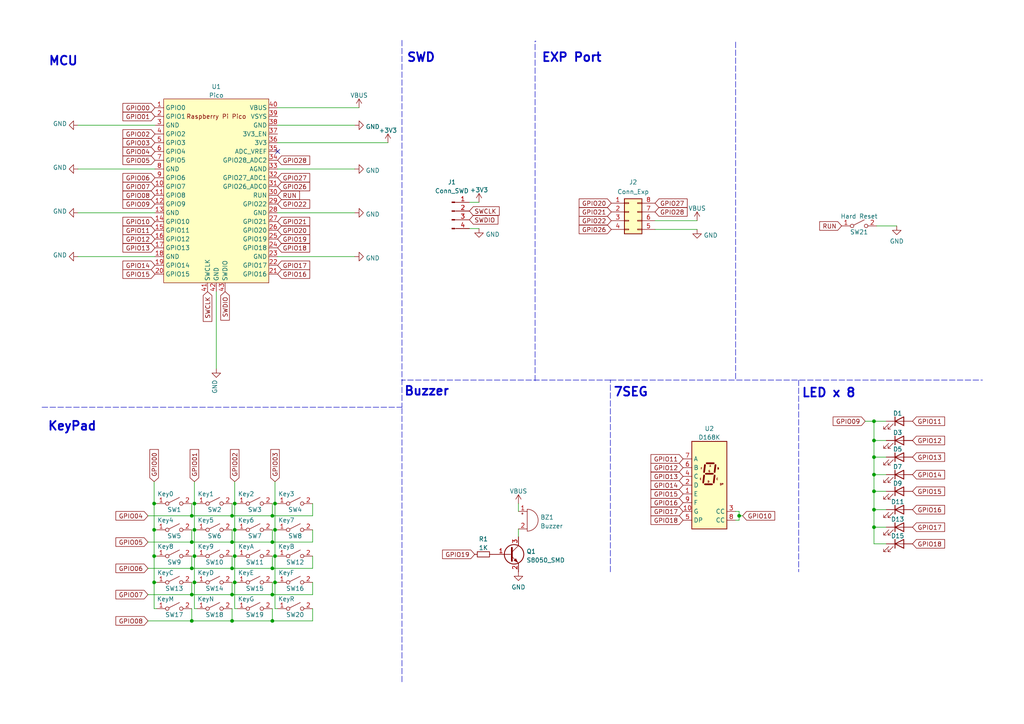
<source format=kicad_sch>
(kicad_sch (version 20211123) (generator eeschema)

  (uuid e63e39d7-6ac0-4ffd-8aa3-1841a4541b55)

  (paper "A4")

  (title_block
    (title "Card-4Pico(GMC-4 rebulid)")
    (date "2023-01-06")
    (rev "V1.0 ReMake")
    (company "HamStudio")
    (comment 1 "V.RPi-2040 Remake")
    (comment 3 "(C)ham@hamiam.com")
    (comment 4 "Refernce GAKKEN GMC-4 kit (2008. Japan)")
  )

  (lib_symbols
    (symbol "Connector:Conn_01x04_Male" (pin_names (offset 1.016) hide) (in_bom yes) (on_board yes)
      (property "Reference" "J" (id 0) (at 0 5.08 0)
        (effects (font (size 1.27 1.27)))
      )
      (property "Value" "Conn_01x04_Male" (id 1) (at 0 -7.62 0)
        (effects (font (size 1.27 1.27)))
      )
      (property "Footprint" "" (id 2) (at 0 0 0)
        (effects (font (size 1.27 1.27)) hide)
      )
      (property "Datasheet" "~" (id 3) (at 0 0 0)
        (effects (font (size 1.27 1.27)) hide)
      )
      (property "ki_keywords" "connector" (id 4) (at 0 0 0)
        (effects (font (size 1.27 1.27)) hide)
      )
      (property "ki_description" "Generic connector, single row, 01x04, script generated (kicad-library-utils/schlib/autogen/connector/)" (id 5) (at 0 0 0)
        (effects (font (size 1.27 1.27)) hide)
      )
      (property "ki_fp_filters" "Connector*:*_1x??_*" (id 6) (at 0 0 0)
        (effects (font (size 1.27 1.27)) hide)
      )
      (symbol "Conn_01x04_Male_1_1"
        (polyline
          (pts
            (xy 1.27 -5.08)
            (xy 0.8636 -5.08)
          )
          (stroke (width 0.1524) (type default) (color 0 0 0 0))
          (fill (type none))
        )
        (polyline
          (pts
            (xy 1.27 -2.54)
            (xy 0.8636 -2.54)
          )
          (stroke (width 0.1524) (type default) (color 0 0 0 0))
          (fill (type none))
        )
        (polyline
          (pts
            (xy 1.27 0)
            (xy 0.8636 0)
          )
          (stroke (width 0.1524) (type default) (color 0 0 0 0))
          (fill (type none))
        )
        (polyline
          (pts
            (xy 1.27 2.54)
            (xy 0.8636 2.54)
          )
          (stroke (width 0.1524) (type default) (color 0 0 0 0))
          (fill (type none))
        )
        (rectangle (start 0.8636 -4.953) (end 0 -5.207)
          (stroke (width 0.1524) (type default) (color 0 0 0 0))
          (fill (type outline))
        )
        (rectangle (start 0.8636 -2.413) (end 0 -2.667)
          (stroke (width 0.1524) (type default) (color 0 0 0 0))
          (fill (type outline))
        )
        (rectangle (start 0.8636 0.127) (end 0 -0.127)
          (stroke (width 0.1524) (type default) (color 0 0 0 0))
          (fill (type outline))
        )
        (rectangle (start 0.8636 2.667) (end 0 2.413)
          (stroke (width 0.1524) (type default) (color 0 0 0 0))
          (fill (type outline))
        )
        (pin passive line (at 5.08 2.54 180) (length 3.81)
          (name "Pin_1" (effects (font (size 1.27 1.27))))
          (number "1" (effects (font (size 1.27 1.27))))
        )
        (pin passive line (at 5.08 0 180) (length 3.81)
          (name "Pin_2" (effects (font (size 1.27 1.27))))
          (number "2" (effects (font (size 1.27 1.27))))
        )
        (pin passive line (at 5.08 -2.54 180) (length 3.81)
          (name "Pin_3" (effects (font (size 1.27 1.27))))
          (number "3" (effects (font (size 1.27 1.27))))
        )
        (pin passive line (at 5.08 -5.08 180) (length 3.81)
          (name "Pin_4" (effects (font (size 1.27 1.27))))
          (number "4" (effects (font (size 1.27 1.27))))
        )
      )
    )
    (symbol "Connector_Generic:Conn_02x04_Counter_Clockwise" (pin_names (offset 1.016) hide) (in_bom yes) (on_board yes)
      (property "Reference" "J" (id 0) (at 1.27 5.08 0)
        (effects (font (size 1.27 1.27)))
      )
      (property "Value" "Conn_02x04_Counter_Clockwise" (id 1) (at 1.27 -7.62 0)
        (effects (font (size 1.27 1.27)))
      )
      (property "Footprint" "" (id 2) (at 0 0 0)
        (effects (font (size 1.27 1.27)) hide)
      )
      (property "Datasheet" "~" (id 3) (at 0 0 0)
        (effects (font (size 1.27 1.27)) hide)
      )
      (property "ki_keywords" "connector" (id 4) (at 0 0 0)
        (effects (font (size 1.27 1.27)) hide)
      )
      (property "ki_description" "Generic connector, double row, 02x04, counter clockwise pin numbering scheme (similar to DIP packge numbering), script generated (kicad-library-utils/schlib/autogen/connector/)" (id 5) (at 0 0 0)
        (effects (font (size 1.27 1.27)) hide)
      )
      (property "ki_fp_filters" "Connector*:*_2x??_*" (id 6) (at 0 0 0)
        (effects (font (size 1.27 1.27)) hide)
      )
      (symbol "Conn_02x04_Counter_Clockwise_1_1"
        (rectangle (start -1.27 -4.953) (end 0 -5.207)
          (stroke (width 0.1524) (type default) (color 0 0 0 0))
          (fill (type none))
        )
        (rectangle (start -1.27 -2.413) (end 0 -2.667)
          (stroke (width 0.1524) (type default) (color 0 0 0 0))
          (fill (type none))
        )
        (rectangle (start -1.27 0.127) (end 0 -0.127)
          (stroke (width 0.1524) (type default) (color 0 0 0 0))
          (fill (type none))
        )
        (rectangle (start -1.27 2.667) (end 0 2.413)
          (stroke (width 0.1524) (type default) (color 0 0 0 0))
          (fill (type none))
        )
        (rectangle (start -1.27 3.81) (end 3.81 -6.35)
          (stroke (width 0.254) (type default) (color 0 0 0 0))
          (fill (type background))
        )
        (rectangle (start 3.81 -4.953) (end 2.54 -5.207)
          (stroke (width 0.1524) (type default) (color 0 0 0 0))
          (fill (type none))
        )
        (rectangle (start 3.81 -2.413) (end 2.54 -2.667)
          (stroke (width 0.1524) (type default) (color 0 0 0 0))
          (fill (type none))
        )
        (rectangle (start 3.81 0.127) (end 2.54 -0.127)
          (stroke (width 0.1524) (type default) (color 0 0 0 0))
          (fill (type none))
        )
        (rectangle (start 3.81 2.667) (end 2.54 2.413)
          (stroke (width 0.1524) (type default) (color 0 0 0 0))
          (fill (type none))
        )
        (pin passive line (at -5.08 2.54 0) (length 3.81)
          (name "Pin_1" (effects (font (size 1.27 1.27))))
          (number "1" (effects (font (size 1.27 1.27))))
        )
        (pin passive line (at -5.08 0 0) (length 3.81)
          (name "Pin_2" (effects (font (size 1.27 1.27))))
          (number "2" (effects (font (size 1.27 1.27))))
        )
        (pin passive line (at -5.08 -2.54 0) (length 3.81)
          (name "Pin_3" (effects (font (size 1.27 1.27))))
          (number "3" (effects (font (size 1.27 1.27))))
        )
        (pin passive line (at -5.08 -5.08 0) (length 3.81)
          (name "Pin_4" (effects (font (size 1.27 1.27))))
          (number "4" (effects (font (size 1.27 1.27))))
        )
        (pin passive line (at 7.62 -5.08 180) (length 3.81)
          (name "Pin_5" (effects (font (size 1.27 1.27))))
          (number "5" (effects (font (size 1.27 1.27))))
        )
        (pin passive line (at 7.62 -2.54 180) (length 3.81)
          (name "Pin_6" (effects (font (size 1.27 1.27))))
          (number "6" (effects (font (size 1.27 1.27))))
        )
        (pin passive line (at 7.62 0 180) (length 3.81)
          (name "Pin_7" (effects (font (size 1.27 1.27))))
          (number "7" (effects (font (size 1.27 1.27))))
        )
        (pin passive line (at 7.62 2.54 180) (length 3.81)
          (name "Pin_8" (effects (font (size 1.27 1.27))))
          (number "8" (effects (font (size 1.27 1.27))))
        )
      )
    )
    (symbol "Device:Buzzer" (pin_names (offset 0.0254) hide) (in_bom yes) (on_board yes)
      (property "Reference" "BZ" (id 0) (at 3.81 1.27 0)
        (effects (font (size 1.27 1.27)) (justify left))
      )
      (property "Value" "Buzzer" (id 1) (at 3.81 -1.27 0)
        (effects (font (size 1.27 1.27)) (justify left))
      )
      (property "Footprint" "" (id 2) (at -0.635 2.54 90)
        (effects (font (size 1.27 1.27)) hide)
      )
      (property "Datasheet" "~" (id 3) (at -0.635 2.54 90)
        (effects (font (size 1.27 1.27)) hide)
      )
      (property "ki_keywords" "quartz resonator ceramic" (id 4) (at 0 0 0)
        (effects (font (size 1.27 1.27)) hide)
      )
      (property "ki_description" "Buzzer, polarized" (id 5) (at 0 0 0)
        (effects (font (size 1.27 1.27)) hide)
      )
      (property "ki_fp_filters" "*Buzzer*" (id 6) (at 0 0 0)
        (effects (font (size 1.27 1.27)) hide)
      )
      (symbol "Buzzer_0_1"
        (arc (start 0 -3.175) (mid 3.175 0) (end 0 3.175)
          (stroke (width 0) (type default) (color 0 0 0 0))
          (fill (type none))
        )
        (polyline
          (pts
            (xy -1.651 1.905)
            (xy -1.143 1.905)
          )
          (stroke (width 0) (type default) (color 0 0 0 0))
          (fill (type none))
        )
        (polyline
          (pts
            (xy -1.397 2.159)
            (xy -1.397 1.651)
          )
          (stroke (width 0) (type default) (color 0 0 0 0))
          (fill (type none))
        )
        (polyline
          (pts
            (xy 0 3.175)
            (xy 0 -3.175)
          )
          (stroke (width 0) (type default) (color 0 0 0 0))
          (fill (type none))
        )
      )
      (symbol "Buzzer_1_1"
        (pin passive line (at -2.54 2.54 0) (length 2.54)
          (name "-" (effects (font (size 1.27 1.27))))
          (number "1" (effects (font (size 1.27 1.27))))
        )
        (pin passive line (at -2.54 -2.54 0) (length 2.54)
          (name "+" (effects (font (size 1.27 1.27))))
          (number "2" (effects (font (size 1.27 1.27))))
        )
      )
    )
    (symbol "Device:LED" (pin_numbers hide) (pin_names (offset 1.016) hide) (in_bom yes) (on_board yes)
      (property "Reference" "D" (id 0) (at 0 2.54 0)
        (effects (font (size 1.27 1.27)))
      )
      (property "Value" "LED" (id 1) (at 0 -2.54 0)
        (effects (font (size 1.27 1.27)))
      )
      (property "Footprint" "" (id 2) (at 0 0 0)
        (effects (font (size 1.27 1.27)) hide)
      )
      (property "Datasheet" "~" (id 3) (at 0 0 0)
        (effects (font (size 1.27 1.27)) hide)
      )
      (property "ki_keywords" "LED diode" (id 4) (at 0 0 0)
        (effects (font (size 1.27 1.27)) hide)
      )
      (property "ki_description" "Light emitting diode" (id 5) (at 0 0 0)
        (effects (font (size 1.27 1.27)) hide)
      )
      (property "ki_fp_filters" "LED* LED_SMD:* LED_THT:*" (id 6) (at 0 0 0)
        (effects (font (size 1.27 1.27)) hide)
      )
      (symbol "LED_0_1"
        (polyline
          (pts
            (xy -1.27 -1.27)
            (xy -1.27 1.27)
          )
          (stroke (width 0.254) (type default) (color 0 0 0 0))
          (fill (type none))
        )
        (polyline
          (pts
            (xy -1.27 0)
            (xy 1.27 0)
          )
          (stroke (width 0) (type default) (color 0 0 0 0))
          (fill (type none))
        )
        (polyline
          (pts
            (xy 1.27 -1.27)
            (xy 1.27 1.27)
            (xy -1.27 0)
            (xy 1.27 -1.27)
          )
          (stroke (width 0.254) (type default) (color 0 0 0 0))
          (fill (type none))
        )
        (polyline
          (pts
            (xy -3.048 -0.762)
            (xy -4.572 -2.286)
            (xy -3.81 -2.286)
            (xy -4.572 -2.286)
            (xy -4.572 -1.524)
          )
          (stroke (width 0) (type default) (color 0 0 0 0))
          (fill (type none))
        )
        (polyline
          (pts
            (xy -1.778 -0.762)
            (xy -3.302 -2.286)
            (xy -2.54 -2.286)
            (xy -3.302 -2.286)
            (xy -3.302 -1.524)
          )
          (stroke (width 0) (type default) (color 0 0 0 0))
          (fill (type none))
        )
      )
      (symbol "LED_1_1"
        (pin passive line (at -3.81 0 0) (length 2.54)
          (name "K" (effects (font (size 1.27 1.27))))
          (number "1" (effects (font (size 1.27 1.27))))
        )
        (pin passive line (at 3.81 0 180) (length 2.54)
          (name "A" (effects (font (size 1.27 1.27))))
          (number "2" (effects (font (size 1.27 1.27))))
        )
      )
    )
    (symbol "Device:R_Small" (pin_numbers hide) (pin_names (offset 0.254) hide) (in_bom yes) (on_board yes)
      (property "Reference" "R" (id 0) (at 0.762 0.508 0)
        (effects (font (size 1.27 1.27)) (justify left))
      )
      (property "Value" "R_Small" (id 1) (at 0.762 -1.016 0)
        (effects (font (size 1.27 1.27)) (justify left))
      )
      (property "Footprint" "" (id 2) (at 0 0 0)
        (effects (font (size 1.27 1.27)) hide)
      )
      (property "Datasheet" "~" (id 3) (at 0 0 0)
        (effects (font (size 1.27 1.27)) hide)
      )
      (property "ki_keywords" "R resistor" (id 4) (at 0 0 0)
        (effects (font (size 1.27 1.27)) hide)
      )
      (property "ki_description" "Resistor, small symbol" (id 5) (at 0 0 0)
        (effects (font (size 1.27 1.27)) hide)
      )
      (property "ki_fp_filters" "R_*" (id 6) (at 0 0 0)
        (effects (font (size 1.27 1.27)) hide)
      )
      (symbol "R_Small_0_1"
        (rectangle (start -0.762 1.778) (end 0.762 -1.778)
          (stroke (width 0.2032) (type default) (color 0 0 0 0))
          (fill (type none))
        )
      )
      (symbol "R_Small_1_1"
        (pin passive line (at 0 2.54 270) (length 0.762)
          (name "~" (effects (font (size 1.27 1.27))))
          (number "1" (effects (font (size 1.27 1.27))))
        )
        (pin passive line (at 0 -2.54 90) (length 0.762)
          (name "~" (effects (font (size 1.27 1.27))))
          (number "2" (effects (font (size 1.27 1.27))))
        )
      )
    )
    (symbol "Display_Character:D168K" (in_bom yes) (on_board yes)
      (property "Reference" "U" (id 0) (at -2.54 13.97 0)
        (effects (font (size 1.27 1.27)) (justify right))
      )
      (property "Value" "D168K" (id 1) (at 1.27 13.97 0)
        (effects (font (size 1.27 1.27)) (justify left))
      )
      (property "Footprint" "Display_7Segment:D1X8K" (id 2) (at 0 -15.24 0)
        (effects (font (size 1.27 1.27)) hide)
      )
      (property "Datasheet" "https://ia800903.us.archive.org/24/items/CTKD1x8K/Cromatek%20D168K.pdf" (id 3) (at -12.7 12.065 0)
        (effects (font (size 1.27 1.27)) (justify left) hide)
      )
      (property "ki_keywords" "display LED 7-segment" (id 4) (at 0 0 0)
        (effects (font (size 1.27 1.27)) hide)
      )
      (property "ki_description" "One digit 7 segment ultra bright red LED, low current, common cathode" (id 5) (at 0 0 0)
        (effects (font (size 1.27 1.27)) hide)
      )
      (property "ki_fp_filters" "D1X8K*" (id 6) (at 0 0 0)
        (effects (font (size 1.27 1.27)) hide)
      )
      (symbol "D168K_0_0"
        (text "A" (at 0.254 5.588 0)
          (effects (font (size 0.508 0.508)))
        )
        (text "B" (at 2.54 4.826 0)
          (effects (font (size 0.508 0.508)))
        )
        (text "C" (at 2.286 1.778 0)
          (effects (font (size 0.508 0.508)))
        )
        (text "D" (at -0.254 1.016 0)
          (effects (font (size 0.508 0.508)))
        )
        (text "DP" (at 3.556 0.254 0)
          (effects (font (size 0.508 0.508)))
        )
        (text "E" (at -2.54 1.778 0)
          (effects (font (size 0.508 0.508)))
        )
        (text "F" (at -2.286 4.826 0)
          (effects (font (size 0.508 0.508)))
        )
        (text "G" (at 0 4.064 0)
          (effects (font (size 0.508 0.508)))
        )
      )
      (symbol "D168K_0_1"
        (rectangle (start -5.08 12.7) (end 5.08 -12.7)
          (stroke (width 0.254) (type default) (color 0 0 0 0))
          (fill (type background))
        )
        (polyline
          (pts
            (xy -1.524 2.794)
            (xy -1.778 0.762)
          )
          (stroke (width 0.508) (type default) (color 0 0 0 0))
          (fill (type none))
        )
        (polyline
          (pts
            (xy -1.27 0.254)
            (xy 0.762 0.254)
          )
          (stroke (width 0.508) (type default) (color 0 0 0 0))
          (fill (type none))
        )
        (polyline
          (pts
            (xy -1.27 5.842)
            (xy -1.524 3.81)
          )
          (stroke (width 0.508) (type default) (color 0 0 0 0))
          (fill (type none))
        )
        (polyline
          (pts
            (xy -1.016 3.302)
            (xy 1.016 3.302)
          )
          (stroke (width 0.508) (type default) (color 0 0 0 0))
          (fill (type none))
        )
        (polyline
          (pts
            (xy -0.762 6.35)
            (xy 1.27 6.35)
          )
          (stroke (width 0.508) (type default) (color 0 0 0 0))
          (fill (type none))
        )
        (polyline
          (pts
            (xy 1.524 2.794)
            (xy 1.27 0.762)
          )
          (stroke (width 0.508) (type default) (color 0 0 0 0))
          (fill (type none))
        )
        (polyline
          (pts
            (xy 1.778 5.842)
            (xy 1.524 3.81)
          )
          (stroke (width 0.508) (type default) (color 0 0 0 0))
          (fill (type none))
        )
        (polyline
          (pts
            (xy 2.54 0.254)
            (xy 2.54 0.254)
          )
          (stroke (width 0.508) (type default) (color 0 0 0 0))
          (fill (type none))
        )
      )
      (symbol "D168K_1_1"
        (pin input line (at -7.62 -2.54 0) (length 2.54)
          (name "E" (effects (font (size 1.27 1.27))))
          (number "1" (effects (font (size 1.27 1.27))))
        )
        (pin input line (at -7.62 -7.62 0) (length 2.54)
          (name "G" (effects (font (size 1.27 1.27))))
          (number "10" (effects (font (size 1.27 1.27))))
        )
        (pin input line (at -7.62 0 0) (length 2.54)
          (name "D" (effects (font (size 1.27 1.27))))
          (number "2" (effects (font (size 1.27 1.27))))
        )
        (pin input line (at 7.62 -7.62 180) (length 2.54)
          (name "CC" (effects (font (size 1.27 1.27))))
          (number "3" (effects (font (size 1.27 1.27))))
        )
        (pin input line (at -7.62 2.54 0) (length 2.54)
          (name "C" (effects (font (size 1.27 1.27))))
          (number "4" (effects (font (size 1.27 1.27))))
        )
        (pin input line (at -7.62 -10.16 0) (length 2.54)
          (name "DP" (effects (font (size 1.27 1.27))))
          (number "5" (effects (font (size 1.27 1.27))))
        )
        (pin input line (at -7.62 5.08 0) (length 2.54)
          (name "B" (effects (font (size 1.27 1.27))))
          (number "6" (effects (font (size 1.27 1.27))))
        )
        (pin input line (at -7.62 7.62 0) (length 2.54)
          (name "A" (effects (font (size 1.27 1.27))))
          (number "7" (effects (font (size 1.27 1.27))))
        )
        (pin input line (at 7.62 -10.16 180) (length 2.54)
          (name "CC" (effects (font (size 1.27 1.27))))
          (number "8" (effects (font (size 1.27 1.27))))
        )
        (pin input line (at -7.62 -5.08 0) (length 2.54)
          (name "F" (effects (font (size 1.27 1.27))))
          (number "9" (effects (font (size 1.27 1.27))))
        )
      )
    )
    (symbol "Kicad_Mod:S8050_SMD" (pin_names (offset 0) hide) (in_bom yes) (on_board yes)
      (property "Reference" "Q1" (id 0) (at 4.8514 0.8347 0)
        (effects (font (size 1.27 1.27)) (justify left))
      )
      (property "Value" "S8050_SMD" (id 1) (at 4.8514 -1.7022 0)
        (effects (font (size 1.27 1.27)) (justify left))
      )
      (property "Footprint" "Package_TO_SOT_SMD:SOT-23_Handsoldering" (id 2) (at 5.08 -1.905 0)
        (effects (font (size 1.27 1.27) italic) (justify left) hide)
      )
      (property "Datasheet" "http://www.unisonic.com.tw/datasheet/S8050.pdf" (id 3) (at 0 0 0)
        (effects (font (size 1.27 1.27)) (justify left) hide)
      )
      (property "ki_keywords" "S8050 NPN Low Voltage High Current Transistor" (id 4) (at 0 0 0)
        (effects (font (size 1.27 1.27)) hide)
      )
      (property "ki_description" "0.7A Ic, 20V Vce, Low Voltage High Current NPN Transistor, TO-92" (id 5) (at 0 0 0)
        (effects (font (size 1.27 1.27)) hide)
      )
      (property "ki_fp_filters" "TO?92*" (id 6) (at 0 0 0)
        (effects (font (size 1.27 1.27)) hide)
      )
      (symbol "S8050_SMD_0_1"
        (polyline
          (pts
            (xy 0 0)
            (xy 0.635 0)
          )
          (stroke (width 0) (type default) (color 0 0 0 0))
          (fill (type none))
        )
        (polyline
          (pts
            (xy 0.635 0.635)
            (xy 2.54 2.54)
          )
          (stroke (width 0) (type default) (color 0 0 0 0))
          (fill (type none))
        )
        (polyline
          (pts
            (xy 0.635 -0.635)
            (xy 2.54 -2.54)
            (xy 2.54 -2.54)
          )
          (stroke (width 0) (type default) (color 0 0 0 0))
          (fill (type none))
        )
        (polyline
          (pts
            (xy 0.635 1.905)
            (xy 0.635 -1.905)
            (xy 0.635 -1.905)
          )
          (stroke (width 0.508) (type default) (color 0 0 0 0))
          (fill (type none))
        )
        (polyline
          (pts
            (xy 1.27 -1.778)
            (xy 1.778 -1.27)
            (xy 2.286 -2.286)
            (xy 1.27 -1.778)
            (xy 1.27 -1.778)
          )
          (stroke (width 0) (type default) (color 0 0 0 0))
          (fill (type outline))
        )
        (circle (center 1.27 0) (radius 2.8194)
          (stroke (width 0.254) (type default) (color 0 0 0 0))
          (fill (type none))
        )
      )
      (symbol "S8050_SMD_1_1"
        (pin input line (at -5.08 0 0) (length 5.08)
          (name "B" (effects (font (size 1.27 1.27))))
          (number "1" (effects (font (size 1.27 1.27))))
        )
        (pin passive line (at 2.54 -5.08 90) (length 2.54)
          (name "E" (effects (font (size 1.27 1.27))))
          (number "2" (effects (font (size 1.27 1.27))))
        )
        (pin passive line (at 2.54 5.08 270) (length 2.54)
          (name "C" (effects (font (size 1.27 1.27))))
          (number "3" (effects (font (size 1.27 1.27))))
        )
      )
    )
    (symbol "RP Pico:Pico" (in_bom yes) (on_board yes)
      (property "Reference" "U" (id 0) (at -13.97 27.94 0)
        (effects (font (size 1.27 1.27)))
      )
      (property "Value" "Pico" (id 1) (at 0 19.05 0)
        (effects (font (size 1.27 1.27)))
      )
      (property "Footprint" "RPi_Pico:RPi_Pico_SMD_TH" (id 2) (at 0 0 90)
        (effects (font (size 1.27 1.27)) hide)
      )
      (property "Datasheet" "" (id 3) (at 0 0 0)
        (effects (font (size 1.27 1.27)) hide)
      )
      (symbol "Pico_0_0"
        (text "Raspberry Pi Pico" (at 0 21.59 0)
          (effects (font (size 1.27 1.27)))
        )
      )
      (symbol "Pico_0_1"
        (rectangle (start -15.24 26.67) (end 15.24 -26.67)
          (stroke (width 0) (type default) (color 0 0 0 0))
          (fill (type background))
        )
      )
      (symbol "Pico_1_1"
        (pin bidirectional line (at -17.78 24.13 0) (length 2.54)
          (name "GPIO0" (effects (font (size 1.27 1.27))))
          (number "1" (effects (font (size 1.27 1.27))))
        )
        (pin bidirectional line (at -17.78 1.27 0) (length 2.54)
          (name "GPIO7" (effects (font (size 1.27 1.27))))
          (number "10" (effects (font (size 1.27 1.27))))
        )
        (pin bidirectional line (at -17.78 -1.27 0) (length 2.54)
          (name "GPIO8" (effects (font (size 1.27 1.27))))
          (number "11" (effects (font (size 1.27 1.27))))
        )
        (pin bidirectional line (at -17.78 -3.81 0) (length 2.54)
          (name "GPIO9" (effects (font (size 1.27 1.27))))
          (number "12" (effects (font (size 1.27 1.27))))
        )
        (pin power_in line (at -17.78 -6.35 0) (length 2.54)
          (name "GND" (effects (font (size 1.27 1.27))))
          (number "13" (effects (font (size 1.27 1.27))))
        )
        (pin bidirectional line (at -17.78 -8.89 0) (length 2.54)
          (name "GPIO10" (effects (font (size 1.27 1.27))))
          (number "14" (effects (font (size 1.27 1.27))))
        )
        (pin bidirectional line (at -17.78 -11.43 0) (length 2.54)
          (name "GPIO11" (effects (font (size 1.27 1.27))))
          (number "15" (effects (font (size 1.27 1.27))))
        )
        (pin bidirectional line (at -17.78 -13.97 0) (length 2.54)
          (name "GPIO12" (effects (font (size 1.27 1.27))))
          (number "16" (effects (font (size 1.27 1.27))))
        )
        (pin bidirectional line (at -17.78 -16.51 0) (length 2.54)
          (name "GPIO13" (effects (font (size 1.27 1.27))))
          (number "17" (effects (font (size 1.27 1.27))))
        )
        (pin power_in line (at -17.78 -19.05 0) (length 2.54)
          (name "GND" (effects (font (size 1.27 1.27))))
          (number "18" (effects (font (size 1.27 1.27))))
        )
        (pin bidirectional line (at -17.78 -21.59 0) (length 2.54)
          (name "GPIO14" (effects (font (size 1.27 1.27))))
          (number "19" (effects (font (size 1.27 1.27))))
        )
        (pin bidirectional line (at -17.78 21.59 0) (length 2.54)
          (name "GPIO1" (effects (font (size 1.27 1.27))))
          (number "2" (effects (font (size 1.27 1.27))))
        )
        (pin bidirectional line (at -17.78 -24.13 0) (length 2.54)
          (name "GPIO15" (effects (font (size 1.27 1.27))))
          (number "20" (effects (font (size 1.27 1.27))))
        )
        (pin bidirectional line (at 17.78 -24.13 180) (length 2.54)
          (name "GPIO16" (effects (font (size 1.27 1.27))))
          (number "21" (effects (font (size 1.27 1.27))))
        )
        (pin bidirectional line (at 17.78 -21.59 180) (length 2.54)
          (name "GPIO17" (effects (font (size 1.27 1.27))))
          (number "22" (effects (font (size 1.27 1.27))))
        )
        (pin power_in line (at 17.78 -19.05 180) (length 2.54)
          (name "GND" (effects (font (size 1.27 1.27))))
          (number "23" (effects (font (size 1.27 1.27))))
        )
        (pin bidirectional line (at 17.78 -16.51 180) (length 2.54)
          (name "GPIO18" (effects (font (size 1.27 1.27))))
          (number "24" (effects (font (size 1.27 1.27))))
        )
        (pin bidirectional line (at 17.78 -13.97 180) (length 2.54)
          (name "GPIO19" (effects (font (size 1.27 1.27))))
          (number "25" (effects (font (size 1.27 1.27))))
        )
        (pin bidirectional line (at 17.78 -11.43 180) (length 2.54)
          (name "GPIO20" (effects (font (size 1.27 1.27))))
          (number "26" (effects (font (size 1.27 1.27))))
        )
        (pin bidirectional line (at 17.78 -8.89 180) (length 2.54)
          (name "GPIO21" (effects (font (size 1.27 1.27))))
          (number "27" (effects (font (size 1.27 1.27))))
        )
        (pin power_in line (at 17.78 -6.35 180) (length 2.54)
          (name "GND" (effects (font (size 1.27 1.27))))
          (number "28" (effects (font (size 1.27 1.27))))
        )
        (pin bidirectional line (at 17.78 -3.81 180) (length 2.54)
          (name "GPIO22" (effects (font (size 1.27 1.27))))
          (number "29" (effects (font (size 1.27 1.27))))
        )
        (pin power_in line (at -17.78 19.05 0) (length 2.54)
          (name "GND" (effects (font (size 1.27 1.27))))
          (number "3" (effects (font (size 1.27 1.27))))
        )
        (pin input line (at 17.78 -1.27 180) (length 2.54)
          (name "RUN" (effects (font (size 1.27 1.27))))
          (number "30" (effects (font (size 1.27 1.27))))
        )
        (pin bidirectional line (at 17.78 1.27 180) (length 2.54)
          (name "GPIO26_ADC0" (effects (font (size 1.27 1.27))))
          (number "31" (effects (font (size 1.27 1.27))))
        )
        (pin bidirectional line (at 17.78 3.81 180) (length 2.54)
          (name "GPIO27_ADC1" (effects (font (size 1.27 1.27))))
          (number "32" (effects (font (size 1.27 1.27))))
        )
        (pin power_in line (at 17.78 6.35 180) (length 2.54)
          (name "AGND" (effects (font (size 1.27 1.27))))
          (number "33" (effects (font (size 1.27 1.27))))
        )
        (pin bidirectional line (at 17.78 8.89 180) (length 2.54)
          (name "GPIO28_ADC2" (effects (font (size 1.27 1.27))))
          (number "34" (effects (font (size 1.27 1.27))))
        )
        (pin power_in line (at 17.78 11.43 180) (length 2.54)
          (name "ADC_VREF" (effects (font (size 1.27 1.27))))
          (number "35" (effects (font (size 1.27 1.27))))
        )
        (pin power_in line (at 17.78 13.97 180) (length 2.54)
          (name "3V3" (effects (font (size 1.27 1.27))))
          (number "36" (effects (font (size 1.27 1.27))))
        )
        (pin input line (at 17.78 16.51 180) (length 2.54)
          (name "3V3_EN" (effects (font (size 1.27 1.27))))
          (number "37" (effects (font (size 1.27 1.27))))
        )
        (pin bidirectional line (at 17.78 19.05 180) (length 2.54)
          (name "GND" (effects (font (size 1.27 1.27))))
          (number "38" (effects (font (size 1.27 1.27))))
        )
        (pin power_in line (at 17.78 21.59 180) (length 2.54)
          (name "VSYS" (effects (font (size 1.27 1.27))))
          (number "39" (effects (font (size 1.27 1.27))))
        )
        (pin bidirectional line (at -17.78 16.51 0) (length 2.54)
          (name "GPIO2" (effects (font (size 1.27 1.27))))
          (number "4" (effects (font (size 1.27 1.27))))
        )
        (pin power_in line (at 17.78 24.13 180) (length 2.54)
          (name "VBUS" (effects (font (size 1.27 1.27))))
          (number "40" (effects (font (size 1.27 1.27))))
        )
        (pin input line (at -2.54 -29.21 90) (length 2.54)
          (name "SWCLK" (effects (font (size 1.27 1.27))))
          (number "41" (effects (font (size 1.27 1.27))))
        )
        (pin power_in line (at 0 -29.21 90) (length 2.54)
          (name "GND" (effects (font (size 1.27 1.27))))
          (number "42" (effects (font (size 1.27 1.27))))
        )
        (pin bidirectional line (at 2.54 -29.21 90) (length 2.54)
          (name "SWDIO" (effects (font (size 1.27 1.27))))
          (number "43" (effects (font (size 1.27 1.27))))
        )
        (pin bidirectional line (at -17.78 13.97 0) (length 2.54)
          (name "GPIO3" (effects (font (size 1.27 1.27))))
          (number "5" (effects (font (size 1.27 1.27))))
        )
        (pin bidirectional line (at -17.78 11.43 0) (length 2.54)
          (name "GPIO4" (effects (font (size 1.27 1.27))))
          (number "6" (effects (font (size 1.27 1.27))))
        )
        (pin bidirectional line (at -17.78 8.89 0) (length 2.54)
          (name "GPIO5" (effects (font (size 1.27 1.27))))
          (number "7" (effects (font (size 1.27 1.27))))
        )
        (pin power_in line (at -17.78 6.35 0) (length 2.54)
          (name "GND" (effects (font (size 1.27 1.27))))
          (number "8" (effects (font (size 1.27 1.27))))
        )
        (pin bidirectional line (at -17.78 3.81 0) (length 2.54)
          (name "GPIO6" (effects (font (size 1.27 1.27))))
          (number "9" (effects (font (size 1.27 1.27))))
        )
      )
    )
    (symbol "Switch:SW_SPST" (pin_names (offset 0) hide) (in_bom yes) (on_board yes)
      (property "Reference" "SW" (id 0) (at 0 3.175 0)
        (effects (font (size 1.27 1.27)))
      )
      (property "Value" "SW_SPST" (id 1) (at 0 -2.54 0)
        (effects (font (size 1.27 1.27)))
      )
      (property "Footprint" "" (id 2) (at 0 0 0)
        (effects (font (size 1.27 1.27)) hide)
      )
      (property "Datasheet" "~" (id 3) (at 0 0 0)
        (effects (font (size 1.27 1.27)) hide)
      )
      (property "ki_keywords" "switch lever" (id 4) (at 0 0 0)
        (effects (font (size 1.27 1.27)) hide)
      )
      (property "ki_description" "Single Pole Single Throw (SPST) switch" (id 5) (at 0 0 0)
        (effects (font (size 1.27 1.27)) hide)
      )
      (symbol "SW_SPST_0_0"
        (circle (center -2.032 0) (radius 0.508)
          (stroke (width 0) (type default) (color 0 0 0 0))
          (fill (type none))
        )
        (polyline
          (pts
            (xy -1.524 0.254)
            (xy 1.524 1.778)
          )
          (stroke (width 0) (type default) (color 0 0 0 0))
          (fill (type none))
        )
        (circle (center 2.032 0) (radius 0.508)
          (stroke (width 0) (type default) (color 0 0 0 0))
          (fill (type none))
        )
      )
      (symbol "SW_SPST_1_1"
        (pin passive line (at -5.08 0 0) (length 2.54)
          (name "A" (effects (font (size 1.27 1.27))))
          (number "1" (effects (font (size 1.27 1.27))))
        )
        (pin passive line (at 5.08 0 180) (length 2.54)
          (name "B" (effects (font (size 1.27 1.27))))
          (number "2" (effects (font (size 1.27 1.27))))
        )
      )
    )
    (symbol "power:+3V3" (power) (pin_names (offset 0)) (in_bom yes) (on_board yes)
      (property "Reference" "#PWR" (id 0) (at 0 -3.81 0)
        (effects (font (size 1.27 1.27)) hide)
      )
      (property "Value" "+3V3" (id 1) (at 0 3.556 0)
        (effects (font (size 1.27 1.27)))
      )
      (property "Footprint" "" (id 2) (at 0 0 0)
        (effects (font (size 1.27 1.27)) hide)
      )
      (property "Datasheet" "" (id 3) (at 0 0 0)
        (effects (font (size 1.27 1.27)) hide)
      )
      (property "ki_keywords" "power-flag" (id 4) (at 0 0 0)
        (effects (font (size 1.27 1.27)) hide)
      )
      (property "ki_description" "Power symbol creates a global label with name \"+3V3\"" (id 5) (at 0 0 0)
        (effects (font (size 1.27 1.27)) hide)
      )
      (symbol "+3V3_0_1"
        (polyline
          (pts
            (xy -0.762 1.27)
            (xy 0 2.54)
          )
          (stroke (width 0) (type default) (color 0 0 0 0))
          (fill (type none))
        )
        (polyline
          (pts
            (xy 0 0)
            (xy 0 2.54)
          )
          (stroke (width 0) (type default) (color 0 0 0 0))
          (fill (type none))
        )
        (polyline
          (pts
            (xy 0 2.54)
            (xy 0.762 1.27)
          )
          (stroke (width 0) (type default) (color 0 0 0 0))
          (fill (type none))
        )
      )
      (symbol "+3V3_1_1"
        (pin power_in line (at 0 0 90) (length 0) hide
          (name "+3V3" (effects (font (size 1.27 1.27))))
          (number "1" (effects (font (size 1.27 1.27))))
        )
      )
    )
    (symbol "power:GND" (power) (pin_names (offset 0)) (in_bom yes) (on_board yes)
      (property "Reference" "#PWR" (id 0) (at 0 -6.35 0)
        (effects (font (size 1.27 1.27)) hide)
      )
      (property "Value" "GND" (id 1) (at 0 -3.81 0)
        (effects (font (size 1.27 1.27)))
      )
      (property "Footprint" "" (id 2) (at 0 0 0)
        (effects (font (size 1.27 1.27)) hide)
      )
      (property "Datasheet" "" (id 3) (at 0 0 0)
        (effects (font (size 1.27 1.27)) hide)
      )
      (property "ki_keywords" "power-flag" (id 4) (at 0 0 0)
        (effects (font (size 1.27 1.27)) hide)
      )
      (property "ki_description" "Power symbol creates a global label with name \"GND\" , ground" (id 5) (at 0 0 0)
        (effects (font (size 1.27 1.27)) hide)
      )
      (symbol "GND_0_1"
        (polyline
          (pts
            (xy 0 0)
            (xy 0 -1.27)
            (xy 1.27 -1.27)
            (xy 0 -2.54)
            (xy -1.27 -1.27)
            (xy 0 -1.27)
          )
          (stroke (width 0) (type default) (color 0 0 0 0))
          (fill (type none))
        )
      )
      (symbol "GND_1_1"
        (pin power_in line (at 0 0 270) (length 0) hide
          (name "GND" (effects (font (size 1.27 1.27))))
          (number "1" (effects (font (size 1.27 1.27))))
        )
      )
    )
    (symbol "power:VBUS" (power) (pin_names (offset 0)) (in_bom yes) (on_board yes)
      (property "Reference" "#PWR" (id 0) (at 0 -3.81 0)
        (effects (font (size 1.27 1.27)) hide)
      )
      (property "Value" "VBUS" (id 1) (at 0 3.81 0)
        (effects (font (size 1.27 1.27)))
      )
      (property "Footprint" "" (id 2) (at 0 0 0)
        (effects (font (size 1.27 1.27)) hide)
      )
      (property "Datasheet" "" (id 3) (at 0 0 0)
        (effects (font (size 1.27 1.27)) hide)
      )
      (property "ki_keywords" "power-flag" (id 4) (at 0 0 0)
        (effects (font (size 1.27 1.27)) hide)
      )
      (property "ki_description" "Power symbol creates a global label with name \"VBUS\"" (id 5) (at 0 0 0)
        (effects (font (size 1.27 1.27)) hide)
      )
      (symbol "VBUS_0_1"
        (polyline
          (pts
            (xy -0.762 1.27)
            (xy 0 2.54)
          )
          (stroke (width 0) (type default) (color 0 0 0 0))
          (fill (type none))
        )
        (polyline
          (pts
            (xy 0 0)
            (xy 0 2.54)
          )
          (stroke (width 0) (type default) (color 0 0 0 0))
          (fill (type none))
        )
        (polyline
          (pts
            (xy 0 2.54)
            (xy 0.762 1.27)
          )
          (stroke (width 0) (type default) (color 0 0 0 0))
          (fill (type none))
        )
      )
      (symbol "VBUS_1_1"
        (pin power_in line (at 0 0 90) (length 0) hide
          (name "VBUS" (effects (font (size 1.27 1.27))))
          (number "1" (effects (font (size 1.27 1.27))))
        )
      )
    )
  )

  (junction (at 68.072 153.67) (diameter 0) (color 0 0 0 0)
    (uuid 05cfa109-1dae-4a69-91d8-d547e5fb8d46)
  )
  (junction (at 253.492 152.908) (diameter 0) (color 0 0 0 0)
    (uuid 0715ae19-ed05-44a7-8f60-ebc559b98c3d)
  )
  (junction (at 253.492 122.174) (diameter 0) (color 0 0 0 0)
    (uuid 0c2531cf-0229-4444-8425-09415c1e7af4)
  )
  (junction (at 44.704 153.67) (diameter 0) (color 0 0 0 0)
    (uuid 0e6f88c4-808c-4658-a277-156cf18bdb1c)
  )
  (junction (at 214.376 149.606) (diameter 0) (color 0 0 0 0)
    (uuid 0e9de6e5-a41d-410e-b3ee-a4c975950d3b)
  )
  (junction (at 253.492 137.668) (diameter 0) (color 0 0 0 0)
    (uuid 3849c705-fb2a-460d-8f4e-8c59df16294f)
  )
  (junction (at 253.492 132.588) (diameter 0) (color 0 0 0 0)
    (uuid 4669235f-1b8f-49ac-8490-cbeacf4ff181)
  )
  (junction (at 55.626 172.466) (diameter 0) (color 0 0 0 0)
    (uuid 4b8a2e49-ad8d-4743-bb6a-4684447137eb)
  )
  (junction (at 56.388 146.05) (diameter 0) (color 0 0 0 0)
    (uuid 4f476643-9a7b-485e-95f2-55860a93d37f)
  )
  (junction (at 253.492 142.494) (diameter 0) (color 0 0 0 0)
    (uuid 52c42b5b-7750-4078-8a9a-109b7e61739c)
  )
  (junction (at 67.31 149.606) (diameter 0) (color 0 0 0 0)
    (uuid 5fb209a0-8789-424f-849e-a3895cdbfc87)
  )
  (junction (at 78.994 157.226) (diameter 0) (color 0 0 0 0)
    (uuid 61a6382a-e40a-48ac-b5de-131aef706692)
  )
  (junction (at 68.072 146.05) (diameter 0) (color 0 0 0 0)
    (uuid 6e8f6881-3e71-4782-baec-0f850c2799cb)
  )
  (junction (at 78.994 164.846) (diameter 0) (color 0 0 0 0)
    (uuid 6e9206b0-a236-425a-a127-8b597f42d51a)
  )
  (junction (at 55.626 180.086) (diameter 0) (color 0 0 0 0)
    (uuid 749bfa7c-2bfe-45b1-a42f-11a1f3072030)
  )
  (junction (at 78.994 172.466) (diameter 0) (color 0 0 0 0)
    (uuid 7c2e125b-16b0-48c2-a417-f6c07c7a15c0)
  )
  (junction (at 56.388 161.29) (diameter 0) (color 0 0 0 0)
    (uuid 7ca9c895-4638-4aef-83b6-d01815f44c1c)
  )
  (junction (at 79.756 146.05) (diameter 0) (color 0 0 0 0)
    (uuid 96ca0e3b-2d38-4b77-80f4-1fd14fe97f91)
  )
  (junction (at 44.704 161.29) (diameter 0) (color 0 0 0 0)
    (uuid a09e8117-6dd6-4cb7-b208-be1ec4133178)
  )
  (junction (at 55.626 157.226) (diameter 0) (color 0 0 0 0)
    (uuid ae6778fb-525f-4380-8cef-5a934abcfe99)
  )
  (junction (at 253.492 147.828) (diameter 0) (color 0 0 0 0)
    (uuid aeb7b2d6-f20c-4172-ba2c-b698f078668d)
  )
  (junction (at 78.994 149.606) (diameter 0) (color 0 0 0 0)
    (uuid b3f466a3-a6e2-4135-8403-32559524c7b3)
  )
  (junction (at 55.626 149.606) (diameter 0) (color 0 0 0 0)
    (uuid bae7ffe3-b3d8-4fb7-9bea-f359f47f31da)
  )
  (junction (at 56.388 168.91) (diameter 0) (color 0 0 0 0)
    (uuid bb66d579-4302-455f-881f-531966c49d50)
  )
  (junction (at 67.31 180.086) (diameter 0) (color 0 0 0 0)
    (uuid bdf76040-258f-45b1-a162-e54d98a829fc)
  )
  (junction (at 67.31 172.466) (diameter 0) (color 0 0 0 0)
    (uuid c3410854-ee9e-4def-aaed-f174e838d356)
  )
  (junction (at 68.072 168.91) (diameter 0) (color 0 0 0 0)
    (uuid da8732ee-8983-4b9c-9c69-a9a3fe26e1cd)
  )
  (junction (at 67.31 164.846) (diameter 0) (color 0 0 0 0)
    (uuid db87555c-5bed-4d32-8759-e21ee09fc7a0)
  )
  (junction (at 79.756 161.29) (diameter 0) (color 0 0 0 0)
    (uuid dd64a48f-d926-4ff5-ae13-b3f5593d10cb)
  )
  (junction (at 253.492 127.762) (diameter 0) (color 0 0 0 0)
    (uuid dfa51334-bb60-4ebf-810c-1fe5605c4cdd)
  )
  (junction (at 56.388 153.67) (diameter 0) (color 0 0 0 0)
    (uuid e3c6e050-c295-4d2b-9c7d-fab495c3040d)
  )
  (junction (at 44.704 168.91) (diameter 0) (color 0 0 0 0)
    (uuid e509bdac-f865-4377-b0f2-68793a95d011)
  )
  (junction (at 68.072 161.29) (diameter 0) (color 0 0 0 0)
    (uuid e828ef02-7f6e-4970-a3cd-ed0bdeb67226)
  )
  (junction (at 79.756 168.91) (diameter 0) (color 0 0 0 0)
    (uuid ecc67476-c547-4a04-8d51-18cf6194dbf9)
  )
  (junction (at 67.31 157.226) (diameter 0) (color 0 0 0 0)
    (uuid ee18daa9-b76b-4985-803a-2562d4192f3b)
  )
  (junction (at 78.994 180.086) (diameter 0) (color 0 0 0 0)
    (uuid f386d2a4-d1b0-4e96-8a74-93d1b9d85e9e)
  )
  (junction (at 79.756 153.67) (diameter 0) (color 0 0 0 0)
    (uuid f4e0182e-c5c6-474a-81e3-d56ad9eb8dba)
  )
  (junction (at 44.704 146.05) (diameter 0) (color 0 0 0 0)
    (uuid f962fdd0-944e-4a2c-9d5e-8642bf26b0e3)
  )
  (junction (at 55.626 164.846) (diameter 0) (color 0 0 0 0)
    (uuid fee4ed1d-f8f9-477c-9b0c-19577bd9f832)
  )

  (no_connect (at 80.518 43.942) (uuid 1cf23c13-f01a-4ab7-97a4-80201da77ce1))

  (wire (pts (xy 78.994 149.606) (xy 90.678 149.606))
    (stroke (width 0) (type default) (color 0 0 0 0))
    (uuid 01152d0a-77a4-45f6-9dca-cf7ce81bdf3a)
  )
  (wire (pts (xy 138.938 58.674) (xy 136.144 58.674))
    (stroke (width 0) (type default) (color 0 0 0 0))
    (uuid 014d7b8f-03f5-49f3-83db-988496554b00)
  )
  (wire (pts (xy 202.184 64.008) (xy 189.992 64.008))
    (stroke (width 0) (type default) (color 0 0 0 0))
    (uuid 073e9a6f-8e9c-44e4-92d1-fb4e9cf3f407)
  )
  (wire (pts (xy 67.31 164.846) (xy 78.994 164.846))
    (stroke (width 0) (type default) (color 0 0 0 0))
    (uuid 07d2eb99-9760-421a-9122-54d00427478d)
  )
  (wire (pts (xy 44.704 146.05) (xy 44.704 153.67))
    (stroke (width 0) (type default) (color 0 0 0 0))
    (uuid 08b38d94-b8fa-4855-a800-b6a7fbefc739)
  )
  (polyline (pts (xy 155.194 11.938) (xy 155.448 11.938))
    (stroke (width 0) (type default) (color 0 0 0 0))
    (uuid 0900abb3-df33-4d13-895b-590f31b1badf)
  )

  (wire (pts (xy 68.072 168.91) (xy 68.834 168.91))
    (stroke (width 0) (type default) (color 0 0 0 0))
    (uuid 0bee9c95-8cb0-4c57-b19a-66479b5d0e54)
  )
  (wire (pts (xy 78.994 157.226) (xy 90.678 157.226))
    (stroke (width 0) (type default) (color 0 0 0 0))
    (uuid 0c13299d-31b7-4312-8588-da9352543b62)
  )
  (wire (pts (xy 79.756 168.91) (xy 80.518 168.91))
    (stroke (width 0) (type default) (color 0 0 0 0))
    (uuid 108f813c-f8ae-42a4-8431-b4c496fea573)
  )
  (wire (pts (xy 55.626 176.53) (xy 55.626 180.086))
    (stroke (width 0) (type default) (color 0 0 0 0))
    (uuid 1123b2bf-5b6d-4a7a-9f7e-3bf5624a5fcc)
  )
  (wire (pts (xy 22.606 36.322) (xy 44.958 36.322))
    (stroke (width 0) (type default) (color 0 0 0 0))
    (uuid 113fbc2e-4cd1-453f-9c40-52dc283b59fd)
  )
  (wire (pts (xy 55.626 180.086) (xy 67.31 180.086))
    (stroke (width 0) (type default) (color 0 0 0 0))
    (uuid 1662a431-366a-49ec-85c9-5f1639f0f821)
  )
  (wire (pts (xy 102.87 61.722) (xy 80.518 61.722))
    (stroke (width 0) (type default) (color 0 0 0 0))
    (uuid 1688a08e-5367-4707-80a7-d626f9e15de9)
  )
  (polyline (pts (xy 177.038 165.862) (xy 177.038 110.236))
    (stroke (width 0) (type default) (color 0 0 0 0))
    (uuid 17456079-2ec3-4c25-a51b-0947cef57865)
  )

  (wire (pts (xy 257.048 152.908) (xy 253.492 152.908))
    (stroke (width 0) (type default) (color 0 0 0 0))
    (uuid 1cd8e2a0-99d1-450c-aa49-c54d9399ba6b)
  )
  (wire (pts (xy 56.388 146.05) (xy 56.388 153.67))
    (stroke (width 0) (type default) (color 0 0 0 0))
    (uuid 1d12217f-99d5-4570-8f95-74ef422c4d02)
  )
  (wire (pts (xy 67.31 146.05) (xy 67.31 149.606))
    (stroke (width 0) (type default) (color 0 0 0 0))
    (uuid 200a42c7-a7a3-4227-be1d-53f14906f540)
  )
  (wire (pts (xy 253.492 132.588) (xy 257.048 132.588))
    (stroke (width 0) (type default) (color 0 0 0 0))
    (uuid 25fbb172-8ec9-4c95-8bc3-97f4ffc44970)
  )
  (wire (pts (xy 102.87 36.322) (xy 80.518 36.322))
    (stroke (width 0) (type default) (color 0 0 0 0))
    (uuid 26f38f5d-81ff-4420-8ab9-e63a0fbebfd9)
  )
  (wire (pts (xy 214.376 149.606) (xy 215.392 149.606))
    (stroke (width 0) (type default) (color 0 0 0 0))
    (uuid 271fb8dc-e437-4024-9296-25bdb40b1945)
  )
  (wire (pts (xy 68.072 161.29) (xy 68.072 168.91))
    (stroke (width 0) (type default) (color 0 0 0 0))
    (uuid 2930ff3f-4981-4d5e-b507-be8d75a59add)
  )
  (wire (pts (xy 42.926 157.226) (xy 55.626 157.226))
    (stroke (width 0) (type default) (color 0 0 0 0))
    (uuid 2a8e0496-2611-4889-aea9-d82b802de5cd)
  )
  (wire (pts (xy 253.492 147.828) (xy 257.048 147.828))
    (stroke (width 0) (type default) (color 0 0 0 0))
    (uuid 2b73a12f-5ce0-4c3e-94b2-11b9bf398e8c)
  )
  (wire (pts (xy 67.31 149.606) (xy 78.994 149.606))
    (stroke (width 0) (type default) (color 0 0 0 0))
    (uuid 2d5888d7-7492-4a7b-9ae5-34507b1788cf)
  )
  (wire (pts (xy 112.522 41.402) (xy 80.518 41.402))
    (stroke (width 0) (type default) (color 0 0 0 0))
    (uuid 2dd30b7f-3734-46d0-94cc-1b18069ed498)
  )
  (wire (pts (xy 79.756 146.05) (xy 79.756 153.67))
    (stroke (width 0) (type default) (color 0 0 0 0))
    (uuid 31d76b86-437d-4299-8581-7d06124a8398)
  )
  (wire (pts (xy 56.388 139.7) (xy 56.388 146.05))
    (stroke (width 0) (type default) (color 0 0 0 0))
    (uuid 323d7876-3a40-4ced-9897-545d93d3cf15)
  )
  (wire (pts (xy 55.626 161.29) (xy 55.626 164.846))
    (stroke (width 0) (type default) (color 0 0 0 0))
    (uuid 330d7c40-b44e-486b-b7df-19bb69cc3e87)
  )
  (wire (pts (xy 62.738 106.934) (xy 62.738 84.582))
    (stroke (width 0) (type default) (color 0 0 0 0))
    (uuid 356127ab-bd0c-46dd-9ae2-1fcea8fa6c95)
  )
  (wire (pts (xy 44.704 168.91) (xy 45.466 168.91))
    (stroke (width 0) (type default) (color 0 0 0 0))
    (uuid 35a1d70d-ef17-490c-8814-0e4495cffe91)
  )
  (wire (pts (xy 56.388 153.67) (xy 56.388 161.29))
    (stroke (width 0) (type default) (color 0 0 0 0))
    (uuid 35acb1c9-8dae-47d6-9219-73ffa72e1898)
  )
  (wire (pts (xy 22.606 49.022) (xy 44.958 49.022))
    (stroke (width 0) (type default) (color 0 0 0 0))
    (uuid 369886b0-94fa-4cfd-a8ac-16b6889c0129)
  )
  (wire (pts (xy 67.31 168.91) (xy 67.31 172.466))
    (stroke (width 0) (type default) (color 0 0 0 0))
    (uuid 36e972f5-ee08-4c63-8ebf-b09129cb7c75)
  )
  (wire (pts (xy 55.626 168.91) (xy 55.626 172.466))
    (stroke (width 0) (type default) (color 0 0 0 0))
    (uuid 37871e53-7069-49b7-a3ce-516b7396d278)
  )
  (polyline (pts (xy 231.648 110.236) (xy 231.648 165.862))
    (stroke (width 0) (type default) (color 0 0 0 0))
    (uuid 3cd37b16-53ae-47a8-8c97-656eea1f0631)
  )

  (wire (pts (xy 90.678 164.846) (xy 90.678 161.29))
    (stroke (width 0) (type default) (color 0 0 0 0))
    (uuid 3e4133ad-4db4-4d3c-bd7e-3a6c6fec0b5f)
  )
  (wire (pts (xy 79.756 153.67) (xy 79.756 161.29))
    (stroke (width 0) (type default) (color 0 0 0 0))
    (uuid 3e914e68-3b0f-42ad-8a96-1bd84679bc5d)
  )
  (wire (pts (xy 56.388 146.05) (xy 57.15 146.05))
    (stroke (width 0) (type default) (color 0 0 0 0))
    (uuid 3f485607-0809-4cc9-8d8b-f049baf893e8)
  )
  (wire (pts (xy 44.704 176.53) (xy 45.466 176.53))
    (stroke (width 0) (type default) (color 0 0 0 0))
    (uuid 40e2ef36-8354-46da-be55-57bcf947b24e)
  )
  (wire (pts (xy 253.492 137.668) (xy 253.492 142.494))
    (stroke (width 0) (type default) (color 0 0 0 0))
    (uuid 446bc88d-4409-4041-9cdc-738db8f5c467)
  )
  (wire (pts (xy 257.048 127.762) (xy 253.492 127.762))
    (stroke (width 0) (type default) (color 0 0 0 0))
    (uuid 448657e1-5742-4c1a-b4ef-403025254cf6)
  )
  (wire (pts (xy 68.072 161.29) (xy 68.834 161.29))
    (stroke (width 0) (type default) (color 0 0 0 0))
    (uuid 470862a5-734e-4744-a979-96a2f28ddeab)
  )
  (wire (pts (xy 68.072 153.67) (xy 68.072 161.29))
    (stroke (width 0) (type default) (color 0 0 0 0))
    (uuid 4d15e93a-9ec1-4fe4-9f32-fc1dd3947ff5)
  )
  (wire (pts (xy 55.626 164.846) (xy 67.31 164.846))
    (stroke (width 0) (type default) (color 0 0 0 0))
    (uuid 4e5e352e-d2b6-41cb-b4de-0b67e837944e)
  )
  (wire (pts (xy 42.926 172.466) (xy 55.626 172.466))
    (stroke (width 0) (type default) (color 0 0 0 0))
    (uuid 4fc39494-fc11-494c-bff3-74db81b8f1ad)
  )
  (wire (pts (xy 102.87 49.022) (xy 80.518 49.022))
    (stroke (width 0) (type default) (color 0 0 0 0))
    (uuid 5498892b-c4a2-4b4b-baaa-09d8b5c90b74)
  )
  (wire (pts (xy 56.388 168.91) (xy 56.388 176.53))
    (stroke (width 0) (type default) (color 0 0 0 0))
    (uuid 564a8543-053c-41b8-8bdb-b744a8f1d022)
  )
  (wire (pts (xy 253.492 152.908) (xy 253.492 157.734))
    (stroke (width 0) (type default) (color 0 0 0 0))
    (uuid 5cd7f13b-18d0-4d8e-8dd2-699bdd8bd11b)
  )
  (wire (pts (xy 56.388 176.53) (xy 57.15 176.53))
    (stroke (width 0) (type default) (color 0 0 0 0))
    (uuid 5d757139-b5bc-46dd-9833-317e3e981849)
  )
  (wire (pts (xy 56.388 153.67) (xy 57.15 153.67))
    (stroke (width 0) (type default) (color 0 0 0 0))
    (uuid 65413a38-b972-4f16-b09f-efe7eb605b21)
  )
  (wire (pts (xy 68.072 146.05) (xy 68.834 146.05))
    (stroke (width 0) (type default) (color 0 0 0 0))
    (uuid 665f3b26-ac7a-4673-b7ed-193336d558ce)
  )
  (wire (pts (xy 90.678 157.226) (xy 90.678 153.67))
    (stroke (width 0) (type default) (color 0 0 0 0))
    (uuid 67d86038-e9cd-4439-bb70-6657401b2616)
  )
  (wire (pts (xy 79.756 176.53) (xy 80.518 176.53))
    (stroke (width 0) (type default) (color 0 0 0 0))
    (uuid 68a06254-3af4-4370-b5e9-866ecb8e9347)
  )
  (wire (pts (xy 90.678 149.606) (xy 90.678 146.05))
    (stroke (width 0) (type default) (color 0 0 0 0))
    (uuid 68ff76a4-a346-4a93-8d58-902cacfa0f02)
  )
  (wire (pts (xy 67.31 153.67) (xy 67.31 157.226))
    (stroke (width 0) (type default) (color 0 0 0 0))
    (uuid 6b7b6573-9624-41b9-9db4-efd433135548)
  )
  (wire (pts (xy 79.756 153.67) (xy 80.518 153.67))
    (stroke (width 0) (type default) (color 0 0 0 0))
    (uuid 6c23ecde-55f6-479f-93b7-1d19805ce24b)
  )
  (wire (pts (xy 78.994 153.67) (xy 78.994 157.226))
    (stroke (width 0) (type default) (color 0 0 0 0))
    (uuid 6d4d3781-d8bf-4e00-8e18-9a45c1262d8b)
  )
  (wire (pts (xy 44.704 168.91) (xy 44.704 176.53))
    (stroke (width 0) (type default) (color 0 0 0 0))
    (uuid 6e8a7db9-0184-48cc-8d3d-52a4893cc07c)
  )
  (wire (pts (xy 44.704 153.67) (xy 44.704 161.29))
    (stroke (width 0) (type default) (color 0 0 0 0))
    (uuid 704038e3-0fc5-4a95-9b91-096f2e8bdf6a)
  )
  (wire (pts (xy 253.492 127.762) (xy 253.492 132.588))
    (stroke (width 0) (type default) (color 0 0 0 0))
    (uuid 73e79a78-dd58-4856-9874-1820a2d1d9f2)
  )
  (wire (pts (xy 253.492 142.494) (xy 253.492 147.828))
    (stroke (width 0) (type default) (color 0 0 0 0))
    (uuid 78367bda-3f2b-48d1-b94c-6c4ca62fd881)
  )
  (wire (pts (xy 68.072 146.05) (xy 68.072 153.67))
    (stroke (width 0) (type default) (color 0 0 0 0))
    (uuid 7b359d50-e538-4c10-a189-250374208a4d)
  )
  (wire (pts (xy 257.048 157.734) (xy 253.492 157.734))
    (stroke (width 0) (type default) (color 0 0 0 0))
    (uuid 7eb40a6b-ac3b-4a64-9fa0-3dcada9b8e23)
  )
  (polyline (pts (xy 177.038 110.236) (xy 116.586 110.236))
    (stroke (width 0) (type default) (color 0 0 0 0))
    (uuid 825974d8-e113-40ca-9bbc-7b9d496944a5)
  )
  (polyline (pts (xy 116.586 110.236) (xy 116.586 110.49))
    (stroke (width 0) (type default) (color 0 0 0 0))
    (uuid 834367d1-00e4-4f1c-a6ce-113ea5671f51)
  )

  (wire (pts (xy 260.096 65.532) (xy 254.254 65.532))
    (stroke (width 0) (type default) (color 0 0 0 0))
    (uuid 8346b611-7f92-40d5-8d2c-1d2d3001f319)
  )
  (polyline (pts (xy 155.194 110.49) (xy 155.194 11.938))
    (stroke (width 0) (type default) (color 0 0 0 0))
    (uuid 8497dc53-c3f6-4da0-a40c-42f6064ce7d3)
  )
  (polyline (pts (xy 116.586 11.684) (xy 116.586 118.11))
    (stroke (width 0) (type default) (color 0 0 0 0))
    (uuid 85f565cc-1479-4799-895f-49174cac2a5a)
  )

  (wire (pts (xy 44.704 146.05) (xy 45.466 146.05))
    (stroke (width 0) (type default) (color 0 0 0 0))
    (uuid 87e6c067-e3ee-47a0-a3d3-c30a86b87f6a)
  )
  (wire (pts (xy 68.072 168.91) (xy 68.072 176.53))
    (stroke (width 0) (type default) (color 0 0 0 0))
    (uuid 8a4b888f-80c1-46ce-8d1c-9a828e90b8bf)
  )
  (wire (pts (xy 102.87 74.422) (xy 80.518 74.422))
    (stroke (width 0) (type default) (color 0 0 0 0))
    (uuid 8bdbfc7e-9e26-412d-9184-c64e3054ac23)
  )
  (wire (pts (xy 78.994 161.29) (xy 78.994 164.846))
    (stroke (width 0) (type default) (color 0 0 0 0))
    (uuid 8c5e8ba9-8334-46c6-8d26-b7d39927c5dd)
  )
  (wire (pts (xy 150.368 146.05) (xy 150.368 148.336))
    (stroke (width 0) (type default) (color 0 0 0 0))
    (uuid 8cf7611f-f853-4d54-8ee1-ecd482970881)
  )
  (wire (pts (xy 67.31 172.466) (xy 78.994 172.466))
    (stroke (width 0) (type default) (color 0 0 0 0))
    (uuid 8d218229-0d57-4af6-9979-8174a2d79f57)
  )
  (wire (pts (xy 214.376 148.336) (xy 214.376 149.606))
    (stroke (width 0) (type default) (color 0 0 0 0))
    (uuid 8ec06457-9fa8-4d23-ae5b-d9a518841b66)
  )
  (wire (pts (xy 253.492 122.174) (xy 253.492 127.762))
    (stroke (width 0) (type default) (color 0 0 0 0))
    (uuid 90550c79-08ed-46de-8577-b1db99318f27)
  )
  (wire (pts (xy 22.606 61.722) (xy 44.958 61.722))
    (stroke (width 0) (type default) (color 0 0 0 0))
    (uuid 9175e007-18e9-4566-9865-0dc976d8f667)
  )
  (wire (pts (xy 44.704 161.29) (xy 44.704 168.91))
    (stroke (width 0) (type default) (color 0 0 0 0))
    (uuid 9340406d-e972-4a22-b92f-b90e3b3940cd)
  )
  (wire (pts (xy 55.626 157.226) (xy 67.31 157.226))
    (stroke (width 0) (type default) (color 0 0 0 0))
    (uuid 9411d681-f760-47ff-a6e7-b1c1f4138fd0)
  )
  (wire (pts (xy 42.926 164.846) (xy 55.626 164.846))
    (stroke (width 0) (type default) (color 0 0 0 0))
    (uuid 9419a1d6-3470-4bfa-886e-87ab999ed3a7)
  )
  (polyline (pts (xy 12.192 118.11) (xy 116.586 118.11))
    (stroke (width 0) (type default) (color 0 0 0 0))
    (uuid 95e0e789-c8d2-4e36-9671-9aebfc732d99)
  )

  (wire (pts (xy 213.36 148.336) (xy 214.376 148.336))
    (stroke (width 0) (type default) (color 0 0 0 0))
    (uuid 968d0a7e-ab89-491e-90ea-049910c6a15d)
  )
  (wire (pts (xy 67.31 157.226) (xy 78.994 157.226))
    (stroke (width 0) (type default) (color 0 0 0 0))
    (uuid 975b32a7-3539-4bdc-bf00-cfe1c6ec0bb3)
  )
  (wire (pts (xy 250.952 122.174) (xy 253.492 122.174))
    (stroke (width 0) (type default) (color 0 0 0 0))
    (uuid 9969ccc1-d9be-4470-b243-777b23d74a18)
  )
  (wire (pts (xy 253.492 142.494) (xy 257.048 142.494))
    (stroke (width 0) (type default) (color 0 0 0 0))
    (uuid 997483aa-6f13-4de0-b15b-146e505c861d)
  )
  (wire (pts (xy 253.492 122.174) (xy 257.048 122.174))
    (stroke (width 0) (type default) (color 0 0 0 0))
    (uuid 99df20c2-aa51-4038-b1fe-d1e4ef25d971)
  )
  (wire (pts (xy 79.756 146.05) (xy 80.518 146.05))
    (stroke (width 0) (type default) (color 0 0 0 0))
    (uuid 9b5d76d8-68b8-4c17-826e-13adcdc66a1f)
  )
  (wire (pts (xy 56.388 161.29) (xy 56.388 168.91))
    (stroke (width 0) (type default) (color 0 0 0 0))
    (uuid 9bc4be85-ff53-4722-9096-00cfaf738248)
  )
  (wire (pts (xy 79.756 161.29) (xy 80.518 161.29))
    (stroke (width 0) (type default) (color 0 0 0 0))
    (uuid a0b135a2-4836-4d41-8d2b-c508b986fe30)
  )
  (wire (pts (xy 78.994 176.53) (xy 78.994 180.086))
    (stroke (width 0) (type default) (color 0 0 0 0))
    (uuid a333024e-861e-4b89-9ca4-ee8891bda4c2)
  )
  (wire (pts (xy 90.678 172.466) (xy 90.678 168.91))
    (stroke (width 0) (type default) (color 0 0 0 0))
    (uuid a57f21b3-09d6-4e14-89d7-71aa64517b88)
  )
  (wire (pts (xy 78.994 146.05) (xy 78.994 149.606))
    (stroke (width 0) (type default) (color 0 0 0 0))
    (uuid a5802a35-ad95-4a1c-ae53-9f40f9c4e23c)
  )
  (wire (pts (xy 56.388 161.29) (xy 57.15 161.29))
    (stroke (width 0) (type default) (color 0 0 0 0))
    (uuid a5f6aa90-f4a6-48eb-96ac-45221ee60c2a)
  )
  (wire (pts (xy 138.938 66.294) (xy 136.144 66.294))
    (stroke (width 0) (type default) (color 0 0 0 0))
    (uuid a7c9b2a9-3b03-46c2-8205-5923c3c6090e)
  )
  (wire (pts (xy 214.376 149.606) (xy 214.376 150.876))
    (stroke (width 0) (type default) (color 0 0 0 0))
    (uuid aa9894bd-f716-4cdb-b083-ebe1e97a5f60)
  )
  (polyline (pts (xy 213.36 12.192) (xy 213.36 110.236))
    (stroke (width 0) (type default) (color 0 0 0 0))
    (uuid ad3a7261-9235-4c00-879b-5e840a051ae3)
  )

  (wire (pts (xy 68.072 153.67) (xy 68.834 153.67))
    (stroke (width 0) (type default) (color 0 0 0 0))
    (uuid afcab50c-ec5b-4082-a7fd-f3fd388e3baf)
  )
  (wire (pts (xy 214.376 150.876) (xy 213.36 150.876))
    (stroke (width 0) (type default) (color 0 0 0 0))
    (uuid b26dbf35-e87b-48ea-a013-7dcff27b64de)
  )
  (wire (pts (xy 68.072 139.7) (xy 68.072 146.05))
    (stroke (width 0) (type default) (color 0 0 0 0))
    (uuid b3830f51-111b-47e1-9fb7-8e370be8b2f8)
  )
  (wire (pts (xy 79.756 139.7) (xy 79.756 146.05))
    (stroke (width 0) (type default) (color 0 0 0 0))
    (uuid b7b584c5-b4b6-4222-828f-ca87f29400cd)
  )
  (wire (pts (xy 67.31 180.086) (xy 78.994 180.086))
    (stroke (width 0) (type default) (color 0 0 0 0))
    (uuid b9ee3b46-b6e7-433e-8e41-6e2ef3e11968)
  )
  (wire (pts (xy 55.626 153.67) (xy 55.626 157.226))
    (stroke (width 0) (type default) (color 0 0 0 0))
    (uuid bd563f96-18c4-4cc2-b817-d2c9576ca91a)
  )
  (wire (pts (xy 67.31 161.29) (xy 67.31 164.846))
    (stroke (width 0) (type default) (color 0 0 0 0))
    (uuid bebb2e65-cb46-4e4c-9784-9eec13f00948)
  )
  (wire (pts (xy 42.926 180.086) (xy 55.626 180.086))
    (stroke (width 0) (type default) (color 0 0 0 0))
    (uuid bf2dfef9-f425-4d40-85ac-088eb56b0e83)
  )
  (wire (pts (xy 56.388 168.91) (xy 57.15 168.91))
    (stroke (width 0) (type default) (color 0 0 0 0))
    (uuid c10727fb-d2e3-48e5-84d7-8241a74b742c)
  )
  (wire (pts (xy 79.756 168.91) (xy 79.756 176.53))
    (stroke (width 0) (type default) (color 0 0 0 0))
    (uuid c33ad6d5-7a63-404c-ac8e-839f3469e089)
  )
  (wire (pts (xy 202.184 66.548) (xy 189.992 66.548))
    (stroke (width 0) (type default) (color 0 0 0 0))
    (uuid c6090ba6-1dcb-4d2b-9b1a-012b29c2f3db)
  )
  (wire (pts (xy 44.704 153.67) (xy 45.466 153.67))
    (stroke (width 0) (type default) (color 0 0 0 0))
    (uuid c63742e2-2a1b-4271-9bd1-b2bfe8971c54)
  )
  (wire (pts (xy 44.704 161.29) (xy 45.466 161.29))
    (stroke (width 0) (type default) (color 0 0 0 0))
    (uuid c75eef71-041a-40e7-8281-8f6ee5a011a0)
  )
  (wire (pts (xy 55.626 149.606) (xy 67.31 149.606))
    (stroke (width 0) (type default) (color 0 0 0 0))
    (uuid c87f01fb-b9e6-4dc4-b83a-180b18177607)
  )
  (wire (pts (xy 253.492 132.588) (xy 253.492 137.668))
    (stroke (width 0) (type default) (color 0 0 0 0))
    (uuid ca6940db-5c83-440f-af9d-f6156761b4bb)
  )
  (wire (pts (xy 78.994 180.086) (xy 90.678 180.086))
    (stroke (width 0) (type default) (color 0 0 0 0))
    (uuid ca70fc20-4cf3-4443-af00-8f806f6d52fe)
  )
  (wire (pts (xy 78.994 164.846) (xy 90.678 164.846))
    (stroke (width 0) (type default) (color 0 0 0 0))
    (uuid cd0f35d7-0222-4e37-bd17-52a08e898c34)
  )
  (wire (pts (xy 68.072 176.53) (xy 68.834 176.53))
    (stroke (width 0) (type default) (color 0 0 0 0))
    (uuid cecef58e-7479-4b30-a315-a430d98ad9ec)
  )
  (wire (pts (xy 253.492 147.828) (xy 253.492 152.908))
    (stroke (width 0) (type default) (color 0 0 0 0))
    (uuid d0dd894d-73bd-4fd1-8a9e-44bb10c07318)
  )
  (wire (pts (xy 55.626 172.466) (xy 67.31 172.466))
    (stroke (width 0) (type default) (color 0 0 0 0))
    (uuid d7ab04e0-01f2-43b5-8fda-68a59c3864f8)
  )
  (wire (pts (xy 78.994 172.466) (xy 90.678 172.466))
    (stroke (width 0) (type default) (color 0 0 0 0))
    (uuid dabcfeec-e163-4cc4-ab58-e8ecf52f6027)
  )
  (wire (pts (xy 104.14 31.242) (xy 80.518 31.242))
    (stroke (width 0) (type default) (color 0 0 0 0))
    (uuid daf0a44d-2caf-4316-b7db-1c432aca91e5)
  )
  (wire (pts (xy 55.626 146.05) (xy 55.626 149.606))
    (stroke (width 0) (type default) (color 0 0 0 0))
    (uuid e199a1a1-f27f-4452-a7ca-82af999a2c85)
  )
  (wire (pts (xy 79.756 161.29) (xy 79.756 168.91))
    (stroke (width 0) (type default) (color 0 0 0 0))
    (uuid e264b9ee-2073-4078-b39c-75549a58db79)
  )
  (wire (pts (xy 90.678 180.086) (xy 90.678 176.53))
    (stroke (width 0) (type default) (color 0 0 0 0))
    (uuid e27bd062-a0c1-4ee7-a2cb-383de8c52a6e)
  )
  (wire (pts (xy 22.606 74.422) (xy 44.958 74.422))
    (stroke (width 0) (type default) (color 0 0 0 0))
    (uuid e3bfa561-2d85-4edd-9153-495332adbc3f)
  )
  (wire (pts (xy 67.31 176.53) (xy 67.31 180.086))
    (stroke (width 0) (type default) (color 0 0 0 0))
    (uuid e8ea399c-2f20-4978-9ad1-8703a197895a)
  )
  (polyline (pts (xy 116.586 118.364) (xy 116.586 197.866))
    (stroke (width 0) (type default) (color 0 0 0 0))
    (uuid eb0b921e-ebf2-46da-9d3b-11e3a641899a)
  )
  (polyline (pts (xy 177.038 110.236) (xy 284.988 110.236))
    (stroke (width 0) (type default) (color 0 0 0 0))
    (uuid ecfdb47d-4470-4931-b6b2-4beffb9ea4a7)
  )

  (wire (pts (xy 42.926 149.606) (xy 55.626 149.606))
    (stroke (width 0) (type default) (color 0 0 0 0))
    (uuid ee5a44c9-485f-4cbf-bc66-f643b8a39688)
  )
  (wire (pts (xy 78.994 168.91) (xy 78.994 172.466))
    (stroke (width 0) (type default) (color 0 0 0 0))
    (uuid f42fb8e2-04d3-4243-91b0-8f485f117a71)
  )
  (wire (pts (xy 44.704 139.7) (xy 44.704 146.05))
    (stroke (width 0) (type default) (color 0 0 0 0))
    (uuid f7c05353-cd68-40c9-b119-6736cd1bd55c)
  )
  (wire (pts (xy 253.492 137.668) (xy 257.048 137.668))
    (stroke (width 0) (type default) (color 0 0 0 0))
    (uuid fbf9733c-0823-4aa4-91a9-b10413d81dfc)
  )
  (wire (pts (xy 150.368 155.702) (xy 150.368 153.416))
    (stroke (width 0) (type default) (color 0 0 0 0))
    (uuid fce757f0-707e-4a92-9cdc-645159fe4b93)
  )

  (text "KeyPad" (at 13.716 125.222 0)
    (effects (font (size 2.54 2.54) (thickness 0.508) bold) (justify left bottom))
    (uuid 32c9648e-7f2c-406d-afa1-5d2bcdf0839f)
  )
  (text "Buzzer" (at 117.094 115.062 0)
    (effects (font (size 2.54 2.54) (thickness 0.508) bold) (justify left bottom))
    (uuid 6f53d04b-9c2c-4aa8-8b2f-00113651f48c)
  )
  (text "SWD" (at 117.856 18.288 0)
    (effects (font (size 2.54 2.54) (thickness 0.508) bold) (justify left bottom))
    (uuid 7d25a1e5-5bec-4923-964f-103145d4bd69)
  )
  (text "MCU" (at 13.97 19.304 0)
    (effects (font (size 2.54 2.54) (thickness 0.508) bold) (justify left bottom))
    (uuid 86e39878-4f5c-4003-8334-69ae41522d6e)
  )
  (text "EXP Port" (at 156.972 18.288 0)
    (effects (font (size 2.54 2.54) (thickness 0.508) bold) (justify left bottom))
    (uuid ac5309cd-f173-4fb7-b0d4-7bfdeab39297)
  )
  (text "LED x 8" (at 232.41 115.57 0)
    (effects (font (size 2.54 2.54) (thickness 0.508) bold) (justify left bottom))
    (uuid e50e9611-de2c-47be-a629-f1750f587de4)
  )
  (text "7SEG" (at 177.8 115.316 0)
    (effects (font (size 2.54 2.54) (thickness 0.508) bold) (justify left bottom))
    (uuid eb4a628b-77e1-4579-8062-74b656ac2806)
  )

  (global_label "GPIO04" (shape input) (at 44.958 43.942 180) (fields_autoplaced)
    (effects (font (size 1.27 1.27)) (justify right))
    (uuid 0c546669-883f-42dc-a450-4dc03d50a04e)
    (property "Intersheet References" "${INTERSHEET_REFS}" (id 0) (at 35.6506 43.8626 0)
      (effects (font (size 1.27 1.27)) (justify right) hide)
    )
  )
  (global_label "GPIO12" (shape input) (at 264.668 127.762 0) (fields_autoplaced)
    (effects (font (size 1.27 1.27)) (justify left))
    (uuid 14a30cff-cc51-495e-bed5-e177a9937251)
    (property "Intersheet References" "${INTERSHEET_REFS}" (id 0) (at 273.9754 127.6826 0)
      (effects (font (size 1.27 1.27)) (justify left) hide)
    )
  )
  (global_label "SWDIO" (shape input) (at 136.144 63.754 0) (fields_autoplaced)
    (effects (font (size 1.27 1.27)) (justify left))
    (uuid 14a9c4f9-eb80-4afa-8956-bc3013b19e4a)
    (property "Intersheet References" "${INTERSHEET_REFS}" (id 0) (at 144.4233 63.8334 0)
      (effects (font (size 1.27 1.27)) (justify left) hide)
    )
  )
  (global_label "GPIO08" (shape input) (at 44.958 56.642 180) (fields_autoplaced)
    (effects (font (size 1.27 1.27)) (justify right))
    (uuid 1bea8a7c-a140-444c-a4a1-b2d394279364)
    (property "Intersheet References" "${INTERSHEET_REFS}" (id 0) (at 35.6506 56.5626 0)
      (effects (font (size 1.27 1.27)) (justify right) hide)
    )
  )
  (global_label "GPIO17" (shape input) (at 264.668 152.908 0) (fields_autoplaced)
    (effects (font (size 1.27 1.27)) (justify left))
    (uuid 1e6daecc-985d-4999-a8a2-f99adaa18240)
    (property "Intersheet References" "${INTERSHEET_REFS}" (id 0) (at 273.9754 152.8286 0)
      (effects (font (size 1.27 1.27)) (justify left) hide)
    )
  )
  (global_label "GPIO26" (shape input) (at 177.292 66.548 180) (fields_autoplaced)
    (effects (font (size 1.27 1.27)) (justify right))
    (uuid 25cda7f9-cb18-4430-af9d-89d89cdca9ff)
    (property "Intersheet References" "${INTERSHEET_REFS}" (id 0) (at 167.9846 66.6274 0)
      (effects (font (size 1.27 1.27)) (justify right) hide)
    )
  )
  (global_label "GPIO11" (shape input) (at 264.668 122.174 0) (fields_autoplaced)
    (effects (font (size 1.27 1.27)) (justify left))
    (uuid 2694ae2b-13c0-4885-baf0-f6e92e89fd04)
    (property "Intersheet References" "${INTERSHEET_REFS}" (id 0) (at 273.9754 122.0946 0)
      (effects (font (size 1.27 1.27)) (justify left) hide)
    )
  )
  (global_label "GPIO17" (shape input) (at 198.12 148.336 180) (fields_autoplaced)
    (effects (font (size 1.27 1.27)) (justify right))
    (uuid 326b9baa-5003-484b-9521-a250e3f3528b)
    (property "Intersheet References" "${INTERSHEET_REFS}" (id 0) (at 188.8126 148.4154 0)
      (effects (font (size 1.27 1.27)) (justify right) hide)
    )
  )
  (global_label "GPIO13" (shape input) (at 198.12 138.176 180) (fields_autoplaced)
    (effects (font (size 1.27 1.27)) (justify right))
    (uuid 3a151cd4-e26f-4bf4-b848-47de440c2a9b)
    (property "Intersheet References" "${INTERSHEET_REFS}" (id 0) (at 188.8126 138.2554 0)
      (effects (font (size 1.27 1.27)) (justify right) hide)
    )
  )
  (global_label "GPIO22" (shape input) (at 80.518 59.182 0) (fields_autoplaced)
    (effects (font (size 1.27 1.27)) (justify left))
    (uuid 3e1c703f-92fe-4e5c-a092-1aafa1387950)
    (property "Intersheet References" "${INTERSHEET_REFS}" (id 0) (at 89.8254 59.1026 0)
      (effects (font (size 1.27 1.27)) (justify left) hide)
    )
  )
  (global_label "GPIO19" (shape input) (at 80.518 69.342 0) (fields_autoplaced)
    (effects (font (size 1.27 1.27)) (justify left))
    (uuid 40c4ebca-72bc-4926-abd7-250a04f60fc8)
    (property "Intersheet References" "${INTERSHEET_REFS}" (id 0) (at 89.8254 69.2626 0)
      (effects (font (size 1.27 1.27)) (justify left) hide)
    )
  )
  (global_label "GPIO27" (shape input) (at 189.992 58.928 0) (fields_autoplaced)
    (effects (font (size 1.27 1.27)) (justify left))
    (uuid 465d31dc-f18b-476a-af1e-6d403a7b4003)
    (property "Intersheet References" "${INTERSHEET_REFS}" (id 0) (at 199.2994 58.8486 0)
      (effects (font (size 1.27 1.27)) (justify left) hide)
    )
  )
  (global_label "GPIO20" (shape input) (at 80.518 66.802 0) (fields_autoplaced)
    (effects (font (size 1.27 1.27)) (justify left))
    (uuid 471c7622-46e2-487c-9aed-8cbbeb11cb32)
    (property "Intersheet References" "${INTERSHEET_REFS}" (id 0) (at 89.8254 66.7226 0)
      (effects (font (size 1.27 1.27)) (justify left) hide)
    )
  )
  (global_label "GPIO11" (shape input) (at 44.958 66.802 180) (fields_autoplaced)
    (effects (font (size 1.27 1.27)) (justify right))
    (uuid 474aa20e-5cb9-42d0-aa86-211850307e3d)
    (property "Intersheet References" "${INTERSHEET_REFS}" (id 0) (at 35.6506 66.7226 0)
      (effects (font (size 1.27 1.27)) (justify right) hide)
    )
  )
  (global_label "GPIO18" (shape input) (at 264.668 157.734 0) (fields_autoplaced)
    (effects (font (size 1.27 1.27)) (justify left))
    (uuid 5c6c32c8-6728-49bd-b066-b8d9f24b5c82)
    (property "Intersheet References" "${INTERSHEET_REFS}" (id 0) (at 273.9754 157.6546 0)
      (effects (font (size 1.27 1.27)) (justify left) hide)
    )
  )
  (global_label "GPIO07" (shape input) (at 44.958 54.102 180) (fields_autoplaced)
    (effects (font (size 1.27 1.27)) (justify right))
    (uuid 5ca24c53-c41f-4bc9-b0ae-657af7464f62)
    (property "Intersheet References" "${INTERSHEET_REFS}" (id 0) (at 35.6506 54.0226 0)
      (effects (font (size 1.27 1.27)) (justify right) hide)
    )
  )
  (global_label "GPIO08" (shape input) (at 42.926 180.086 180) (fields_autoplaced)
    (effects (font (size 1.27 1.27)) (justify right))
    (uuid 5d2e7e43-4534-400a-a2ba-72945b1fcf1f)
    (property "Intersheet References" "${INTERSHEET_REFS}" (id 0) (at 33.6186 180.0066 0)
      (effects (font (size 1.27 1.27)) (justify right) hide)
    )
  )
  (global_label "GPIO14" (shape input) (at 44.958 76.962 180) (fields_autoplaced)
    (effects (font (size 1.27 1.27)) (justify right))
    (uuid 5d9e27d1-02eb-4649-a62f-3d5efc50f4dc)
    (property "Intersheet References" "${INTERSHEET_REFS}" (id 0) (at 35.6506 76.8826 0)
      (effects (font (size 1.27 1.27)) (justify right) hide)
    )
  )
  (global_label "GPIO02" (shape input) (at 44.958 38.862 180) (fields_autoplaced)
    (effects (font (size 1.27 1.27)) (justify right))
    (uuid 5f3ee46d-00d0-416b-b50f-46b2a6eb6ef3)
    (property "Intersheet References" "${INTERSHEET_REFS}" (id 0) (at 35.6506 38.7826 0)
      (effects (font (size 1.27 1.27)) (justify right) hide)
    )
  )
  (global_label "GPIO16" (shape input) (at 198.12 145.796 180) (fields_autoplaced)
    (effects (font (size 1.27 1.27)) (justify right))
    (uuid 5fd2d534-3c06-40f1-bc41-a722ff6e36a4)
    (property "Intersheet References" "${INTERSHEET_REFS}" (id 0) (at 188.8126 145.8754 0)
      (effects (font (size 1.27 1.27)) (justify right) hide)
    )
  )
  (global_label "GPIO26" (shape input) (at 80.518 54.102 0) (fields_autoplaced)
    (effects (font (size 1.27 1.27)) (justify left))
    (uuid 61fc092c-3d2d-4c6a-a91c-1a17428daded)
    (property "Intersheet References" "${INTERSHEET_REFS}" (id 0) (at 89.8254 54.0226 0)
      (effects (font (size 1.27 1.27)) (justify left) hide)
    )
  )
  (global_label "GPIO06" (shape input) (at 44.958 51.562 180) (fields_autoplaced)
    (effects (font (size 1.27 1.27)) (justify right))
    (uuid 63c63b96-e2b4-435d-a070-a76fa4b27a25)
    (property "Intersheet References" "${INTERSHEET_REFS}" (id 0) (at 35.6506 51.4826 0)
      (effects (font (size 1.27 1.27)) (justify right) hide)
    )
  )
  (global_label "GPIO15" (shape input) (at 264.668 142.494 0) (fields_autoplaced)
    (effects (font (size 1.27 1.27)) (justify left))
    (uuid 68819e2d-c67d-4f68-baac-d8b892f1262c)
    (property "Intersheet References" "${INTERSHEET_REFS}" (id 0) (at 273.9754 142.4146 0)
      (effects (font (size 1.27 1.27)) (justify left) hide)
    )
  )
  (global_label "GPIO07" (shape input) (at 42.926 172.466 180) (fields_autoplaced)
    (effects (font (size 1.27 1.27)) (justify right))
    (uuid 770ee997-240d-41f7-89cd-06f2756c38e5)
    (property "Intersheet References" "${INTERSHEET_REFS}" (id 0) (at 33.6186 172.3866 0)
      (effects (font (size 1.27 1.27)) (justify right) hide)
    )
  )
  (global_label "GPIO28" (shape input) (at 189.992 61.468 0) (fields_autoplaced)
    (effects (font (size 1.27 1.27)) (justify left))
    (uuid 7acef74d-beb7-4409-9fb0-5b5825090fd3)
    (property "Intersheet References" "${INTERSHEET_REFS}" (id 0) (at 199.2994 61.3886 0)
      (effects (font (size 1.27 1.27)) (justify left) hide)
    )
  )
  (global_label "SWCLK" (shape input) (at 136.144 61.214 0) (fields_autoplaced)
    (effects (font (size 1.27 1.27)) (justify left))
    (uuid 8097655d-ff76-4621-92a5-c7b3fb6daf48)
    (property "Intersheet References" "${INTERSHEET_REFS}" (id 0) (at 144.7861 61.2934 0)
      (effects (font (size 1.27 1.27)) (justify left) hide)
    )
  )
  (global_label "GPIO02" (shape input) (at 68.072 139.7 90) (fields_autoplaced)
    (effects (font (size 1.27 1.27)) (justify left))
    (uuid 844b2c30-1c38-4693-856f-d5b1e2019f17)
    (property "Intersheet References" "${INTERSHEET_REFS}" (id 0) (at 67.9926 130.3926 90)
      (effects (font (size 1.27 1.27)) (justify left) hide)
    )
  )
  (global_label "GPIO15" (shape input) (at 198.12 143.256 180) (fields_autoplaced)
    (effects (font (size 1.27 1.27)) (justify right))
    (uuid 88caef61-433c-41b3-a1ed-96e51b1bfe9b)
    (property "Intersheet References" "${INTERSHEET_REFS}" (id 0) (at 188.8126 143.3354 0)
      (effects (font (size 1.27 1.27)) (justify right) hide)
    )
  )
  (global_label "GPIO17" (shape input) (at 80.518 76.962 0) (fields_autoplaced)
    (effects (font (size 1.27 1.27)) (justify left))
    (uuid 89235a77-4df8-466c-b78d-c63c56dd3d06)
    (property "Intersheet References" "${INTERSHEET_REFS}" (id 0) (at 89.8254 76.8826 0)
      (effects (font (size 1.27 1.27)) (justify left) hide)
    )
  )
  (global_label "GPIO19" (shape input) (at 137.668 160.782 180) (fields_autoplaced)
    (effects (font (size 1.27 1.27)) (justify right))
    (uuid 89b03529-8b25-4c75-9bba-5d33f7f7f9c2)
    (property "Intersheet References" "${INTERSHEET_REFS}" (id 0) (at 128.3606 160.8614 0)
      (effects (font (size 1.27 1.27)) (justify right) hide)
    )
  )
  (global_label "GPIO27" (shape input) (at 80.518 51.562 0) (fields_autoplaced)
    (effects (font (size 1.27 1.27)) (justify left))
    (uuid 9182b9e9-24a0-4f86-90c8-ae7c8b2dad14)
    (property "Intersheet References" "${INTERSHEET_REFS}" (id 0) (at 89.8254 51.4826 0)
      (effects (font (size 1.27 1.27)) (justify left) hide)
    )
  )
  (global_label "GPIO03" (shape input) (at 44.958 41.402 180) (fields_autoplaced)
    (effects (font (size 1.27 1.27)) (justify right))
    (uuid 91cc188c-de4b-488b-949d-6996b8987de3)
    (property "Intersheet References" "${INTERSHEET_REFS}" (id 0) (at 35.6506 41.3226 0)
      (effects (font (size 1.27 1.27)) (justify right) hide)
    )
  )
  (global_label "GPIO12" (shape input) (at 198.12 135.636 180) (fields_autoplaced)
    (effects (font (size 1.27 1.27)) (justify right))
    (uuid 947b429d-460a-4da6-bc18-524fbaf63389)
    (property "Intersheet References" "${INTERSHEET_REFS}" (id 0) (at 188.8126 135.7154 0)
      (effects (font (size 1.27 1.27)) (justify right) hide)
    )
  )
  (global_label "GPIO06" (shape input) (at 42.926 164.846 180) (fields_autoplaced)
    (effects (font (size 1.27 1.27)) (justify right))
    (uuid 98d6fe96-2465-48bb-b860-deddbf752fb3)
    (property "Intersheet References" "${INTERSHEET_REFS}" (id 0) (at 33.6186 164.7666 0)
      (effects (font (size 1.27 1.27)) (justify right) hide)
    )
  )
  (global_label "RUN" (shape input) (at 244.094 65.532 180) (fields_autoplaced)
    (effects (font (size 1.27 1.27)) (justify right))
    (uuid 99682b16-e7f9-4d7e-9a35-3ef1a155f525)
    (property "Intersheet References" "${INTERSHEET_REFS}" (id 0) (at 237.7499 65.6114 0)
      (effects (font (size 1.27 1.27)) (justify right) hide)
    )
  )
  (global_label "GPIO00" (shape input) (at 44.958 31.242 180) (fields_autoplaced)
    (effects (font (size 1.27 1.27)) (justify right))
    (uuid 9d88c8ae-7498-4c44-b65a-ab067c75a70d)
    (property "Intersheet References" "${INTERSHEET_REFS}" (id 0) (at 35.6506 31.1626 0)
      (effects (font (size 1.27 1.27)) (justify right) hide)
    )
  )
  (global_label "GPIO18" (shape input) (at 198.12 150.876 180) (fields_autoplaced)
    (effects (font (size 1.27 1.27)) (justify right))
    (uuid 9db59bbd-5349-4131-bc67-8c214473edf6)
    (property "Intersheet References" "${INTERSHEET_REFS}" (id 0) (at 188.8126 150.9554 0)
      (effects (font (size 1.27 1.27)) (justify right) hide)
    )
  )
  (global_label "GPIO11" (shape input) (at 198.12 133.096 180) (fields_autoplaced)
    (effects (font (size 1.27 1.27)) (justify right))
    (uuid a309dd88-6707-4c6a-a563-891eb9b9c9b6)
    (property "Intersheet References" "${INTERSHEET_REFS}" (id 0) (at 188.8126 133.1754 0)
      (effects (font (size 1.27 1.27)) (justify right) hide)
    )
  )
  (global_label "SWDIO" (shape input) (at 65.278 84.582 270) (fields_autoplaced)
    (effects (font (size 1.27 1.27)) (justify right))
    (uuid a4836812-d734-4820-bdaa-20950e898fd9)
    (property "Intersheet References" "${INTERSHEET_REFS}" (id 0) (at 65.1986 92.8613 90)
      (effects (font (size 1.27 1.27)) (justify right) hide)
    )
  )
  (global_label "GPIO28" (shape input) (at 80.518 46.482 0) (fields_autoplaced)
    (effects (font (size 1.27 1.27)) (justify left))
    (uuid b0187c4e-14d1-44ee-aa35-cffce3f3e8fa)
    (property "Intersheet References" "${INTERSHEET_REFS}" (id 0) (at 89.8254 46.4026 0)
      (effects (font (size 1.27 1.27)) (justify left) hide)
    )
  )
  (global_label "GPIO09" (shape input) (at 44.958 59.182 180) (fields_autoplaced)
    (effects (font (size 1.27 1.27)) (justify right))
    (uuid b49d94f7-7eb5-4171-9e61-5d55722ed9dd)
    (property "Intersheet References" "${INTERSHEET_REFS}" (id 0) (at 35.6506 59.1026 0)
      (effects (font (size 1.27 1.27)) (justify right) hide)
    )
  )
  (global_label "GPIO13" (shape input) (at 44.958 71.882 180) (fields_autoplaced)
    (effects (font (size 1.27 1.27)) (justify right))
    (uuid b953681e-2d62-4fdb-89f4-2cc05de69856)
    (property "Intersheet References" "${INTERSHEET_REFS}" (id 0) (at 35.6506 71.8026 0)
      (effects (font (size 1.27 1.27)) (justify right) hide)
    )
  )
  (global_label "GPIO21" (shape input) (at 177.292 61.468 180) (fields_autoplaced)
    (effects (font (size 1.27 1.27)) (justify right))
    (uuid bb8488e0-036b-428a-91a4-b8354efb5c3b)
    (property "Intersheet References" "${INTERSHEET_REFS}" (id 0) (at 167.9846 61.5474 0)
      (effects (font (size 1.27 1.27)) (justify right) hide)
    )
  )
  (global_label "GPIO05" (shape input) (at 44.958 46.482 180) (fields_autoplaced)
    (effects (font (size 1.27 1.27)) (justify right))
    (uuid bd9ac744-db88-403a-8142-b6070c98f1b6)
    (property "Intersheet References" "${INTERSHEET_REFS}" (id 0) (at 35.6506 46.4026 0)
      (effects (font (size 1.27 1.27)) (justify right) hide)
    )
  )
  (global_label "GPIO14" (shape input) (at 198.12 140.716 180) (fields_autoplaced)
    (effects (font (size 1.27 1.27)) (justify right))
    (uuid c51c1592-db99-4658-8c52-c05011ba6649)
    (property "Intersheet References" "${INTERSHEET_REFS}" (id 0) (at 188.8126 140.7954 0)
      (effects (font (size 1.27 1.27)) (justify right) hide)
    )
  )
  (global_label "GPIO13" (shape input) (at 264.668 132.588 0) (fields_autoplaced)
    (effects (font (size 1.27 1.27)) (justify left))
    (uuid c5b348f4-4847-47bf-842b-efc5cd19ca97)
    (property "Intersheet References" "${INTERSHEET_REFS}" (id 0) (at 273.9754 132.5086 0)
      (effects (font (size 1.27 1.27)) (justify left) hide)
    )
  )
  (global_label "GPIO01" (shape input) (at 56.388 139.7 90) (fields_autoplaced)
    (effects (font (size 1.27 1.27)) (justify left))
    (uuid c5e18834-83ed-40c0-aef6-2fc8368c7235)
    (property "Intersheet References" "${INTERSHEET_REFS}" (id 0) (at 56.3086 130.3926 90)
      (effects (font (size 1.27 1.27)) (justify left) hide)
    )
  )
  (global_label "GPIO20" (shape input) (at 177.292 58.928 180) (fields_autoplaced)
    (effects (font (size 1.27 1.27)) (justify right))
    (uuid c61c9851-fca5-4cc6-b00d-24bb9d49f3a7)
    (property "Intersheet References" "${INTERSHEET_REFS}" (id 0) (at 167.9846 59.0074 0)
      (effects (font (size 1.27 1.27)) (justify right) hide)
    )
  )
  (global_label "GPIO10" (shape input) (at 215.392 149.606 0) (fields_autoplaced)
    (effects (font (size 1.27 1.27)) (justify left))
    (uuid cf609d9f-a23f-493e-b93e-9d03f9c0c792)
    (property "Intersheet References" "${INTERSHEET_REFS}" (id 0) (at 224.6994 149.6854 0)
      (effects (font (size 1.27 1.27)) (justify left) hide)
    )
  )
  (global_label "GPIO05" (shape input) (at 42.926 157.226 180) (fields_autoplaced)
    (effects (font (size 1.27 1.27)) (justify right))
    (uuid d209480f-2e7d-48fa-84e9-86d0f71d0015)
    (property "Intersheet References" "${INTERSHEET_REFS}" (id 0) (at 33.6186 157.1466 0)
      (effects (font (size 1.27 1.27)) (justify right) hide)
    )
  )
  (global_label "GPIO12" (shape input) (at 44.958 69.342 180) (fields_autoplaced)
    (effects (font (size 1.27 1.27)) (justify right))
    (uuid d4dca699-19d7-4cca-97d7-7e16a2229f8f)
    (property "Intersheet References" "${INTERSHEET_REFS}" (id 0) (at 35.6506 69.2626 0)
      (effects (font (size 1.27 1.27)) (justify right) hide)
    )
  )
  (global_label "GPIO15" (shape input) (at 44.958 79.502 180) (fields_autoplaced)
    (effects (font (size 1.27 1.27)) (justify right))
    (uuid d5db0ecb-d1c7-4838-97aa-43585bc33804)
    (property "Intersheet References" "${INTERSHEET_REFS}" (id 0) (at 35.6506 79.4226 0)
      (effects (font (size 1.27 1.27)) (justify right) hide)
    )
  )
  (global_label "GPIO04" (shape input) (at 42.926 149.606 180) (fields_autoplaced)
    (effects (font (size 1.27 1.27)) (justify right))
    (uuid d720b066-0c76-473a-a9c8-bdfbcec20cb9)
    (property "Intersheet References" "${INTERSHEET_REFS}" (id 0) (at 33.6186 149.5266 0)
      (effects (font (size 1.27 1.27)) (justify right) hide)
    )
  )
  (global_label "GPIO22" (shape input) (at 177.292 64.008 180) (fields_autoplaced)
    (effects (font (size 1.27 1.27)) (justify right))
    (uuid da13ea4f-f725-4124-b3c4-d148ae84399d)
    (property "Intersheet References" "${INTERSHEET_REFS}" (id 0) (at 167.9846 64.0874 0)
      (effects (font (size 1.27 1.27)) (justify right) hide)
    )
  )
  (global_label "GPIO10" (shape input) (at 44.958 64.262 180) (fields_autoplaced)
    (effects (font (size 1.27 1.27)) (justify right))
    (uuid dbe64490-8e76-4c0a-bb16-0ae90202e24e)
    (property "Intersheet References" "${INTERSHEET_REFS}" (id 0) (at 35.6506 64.1826 0)
      (effects (font (size 1.27 1.27)) (justify right) hide)
    )
  )
  (global_label "GPIO00" (shape input) (at 44.704 139.7 90) (fields_autoplaced)
    (effects (font (size 1.27 1.27)) (justify left))
    (uuid e284ac12-f115-48d2-98d7-04658fc86edd)
    (property "Intersheet References" "${INTERSHEET_REFS}" (id 0) (at 44.6246 130.3926 90)
      (effects (font (size 1.27 1.27)) (justify left) hide)
    )
  )
  (global_label "GPIO09" (shape input) (at 250.952 122.174 180) (fields_autoplaced)
    (effects (font (size 1.27 1.27)) (justify right))
    (uuid e468c1e3-ea8e-4f18-8719-b4539e5fb8b7)
    (property "Intersheet References" "${INTERSHEET_REFS}" (id 0) (at 241.6446 122.0946 0)
      (effects (font (size 1.27 1.27)) (justify right) hide)
    )
  )
  (global_label "GPIO21" (shape input) (at 80.518 64.262 0) (fields_autoplaced)
    (effects (font (size 1.27 1.27)) (justify left))
    (uuid e50b59b3-cd74-4ed1-929f-0d9eb20469df)
    (property "Intersheet References" "${INTERSHEET_REFS}" (id 0) (at 89.8254 64.1826 0)
      (effects (font (size 1.27 1.27)) (justify left) hide)
    )
  )
  (global_label "GPIO01" (shape input) (at 44.958 33.782 180) (fields_autoplaced)
    (effects (font (size 1.27 1.27)) (justify right))
    (uuid e6ab0e22-a23d-4ea6-b91f-f33ab612b102)
    (property "Intersheet References" "${INTERSHEET_REFS}" (id 0) (at 35.6506 33.7026 0)
      (effects (font (size 1.27 1.27)) (justify right) hide)
    )
  )
  (global_label "GPIO03" (shape input) (at 79.756 139.7 90) (fields_autoplaced)
    (effects (font (size 1.27 1.27)) (justify left))
    (uuid e9875451-8c1b-47d4-a11d-e2e9608be773)
    (property "Intersheet References" "${INTERSHEET_REFS}" (id 0) (at 79.6766 130.3926 90)
      (effects (font (size 1.27 1.27)) (justify left) hide)
    )
  )
  (global_label "GPIO16" (shape input) (at 80.518 79.502 0) (fields_autoplaced)
    (effects (font (size 1.27 1.27)) (justify left))
    (uuid ecf8b737-8752-44eb-b013-b0d8dae03de6)
    (property "Intersheet References" "${INTERSHEET_REFS}" (id 0) (at 89.8254 79.4226 0)
      (effects (font (size 1.27 1.27)) (justify left) hide)
    )
  )
  (global_label "SWCLK" (shape input) (at 60.198 84.582 270) (fields_autoplaced)
    (effects (font (size 1.27 1.27)) (justify right))
    (uuid ef059f7b-23b6-47d3-aeb8-f104c40cf23d)
    (property "Intersheet References" "${INTERSHEET_REFS}" (id 0) (at 60.1186 93.2241 90)
      (effects (font (size 1.27 1.27)) (justify right) hide)
    )
  )
  (global_label "GPIO18" (shape input) (at 80.518 71.882 0) (fields_autoplaced)
    (effects (font (size 1.27 1.27)) (justify left))
    (uuid f00b5a0b-5b18-42cd-bf37-0ed6e243798d)
    (property "Intersheet References" "${INTERSHEET_REFS}" (id 0) (at 89.8254 71.8026 0)
      (effects (font (size 1.27 1.27)) (justify left) hide)
    )
  )
  (global_label "RUN" (shape input) (at 80.518 56.642 0) (fields_autoplaced)
    (effects (font (size 1.27 1.27)) (justify left))
    (uuid f7fc477c-fd7a-4a3e-b9eb-828dcd4a42c5)
    (property "Intersheet References" "${INTERSHEET_REFS}" (id 0) (at 86.8621 56.5626 0)
      (effects (font (size 1.27 1.27)) (justify left) hide)
    )
  )
  (global_label "GPIO16" (shape input) (at 264.668 147.828 0) (fields_autoplaced)
    (effects (font (size 1.27 1.27)) (justify left))
    (uuid f9a6a942-b71e-4a85-aff7-37b6c2302f5c)
    (property "Intersheet References" "${INTERSHEET_REFS}" (id 0) (at 273.9754 147.7486 0)
      (effects (font (size 1.27 1.27)) (justify left) hide)
    )
  )
  (global_label "GPIO14" (shape input) (at 264.668 137.668 0) (fields_autoplaced)
    (effects (font (size 1.27 1.27)) (justify left))
    (uuid fbf59747-069f-4499-9978-698913d3a0f1)
    (property "Intersheet References" "${INTERSHEET_REFS}" (id 0) (at 273.9754 137.5886 0)
      (effects (font (size 1.27 1.27)) (justify left) hide)
    )
  )

  (symbol (lib_id "Switch:SW_SPST") (at 85.598 153.67 0) (unit 1)
    (in_bom yes) (on_board yes)
    (uuid 01af69e1-6f4a-4b01-8841-85a4fd6c9ed1)
    (property "Reference" "SW8" (id 0) (at 85.598 155.448 0))
    (property "Value" "Key7" (id 1) (at 83.058 150.876 0))
    (property "Footprint" "Button_Switch_SMD:SW_Push_1P1T_NO_6x6mm_H9.5mm" (id 2) (at 85.598 153.67 0)
      (effects (font (size 1.27 1.27)) hide)
    )
    (property "Datasheet" "~" (id 3) (at 85.598 153.67 0)
      (effects (font (size 1.27 1.27)) hide)
    )
    (pin "1" (uuid 9e8a8d5e-6e41-4170-a061-25a695c7398d))
    (pin "2" (uuid f429ca2c-582c-41be-8876-d57ceedd9888))
  )

  (symbol (lib_id "power:GND") (at 150.368 165.862 0) (unit 1)
    (in_bom yes) (on_board yes) (fields_autoplaced)
    (uuid 01beefe5-0b48-4782-845b-191c96f3be57)
    (property "Reference" "#PWR017" (id 0) (at 150.368 172.212 0)
      (effects (font (size 1.27 1.27)) hide)
    )
    (property "Value" "GND" (id 1) (at 150.368 170.3054 0))
    (property "Footprint" "" (id 2) (at 150.368 165.862 0)
      (effects (font (size 1.27 1.27)) hide)
    )
    (property "Datasheet" "" (id 3) (at 150.368 165.862 0)
      (effects (font (size 1.27 1.27)) hide)
    )
    (pin "1" (uuid 41e445cd-5ed6-48fc-97dc-0f9202d84df5))
  )

  (symbol (lib_id "Device:LED") (at 260.858 147.828 0) (unit 1)
    (in_bom yes) (on_board yes)
    (uuid 0690ebda-31ae-44c6-a076-f76c9a9da0b4)
    (property "Reference" "D11" (id 0) (at 260.35 145.542 0))
    (property "Value" "LED" (id 1) (at 259.2705 145.3951 0)
      (effects (font (size 1.27 1.27)) hide)
    )
    (property "Footprint" "LED_SMD:LED_0805_2012Metric_Pad1.15x1.40mm_HandSolder" (id 2) (at 260.858 147.828 0)
      (effects (font (size 1.27 1.27)) hide)
    )
    (property "Datasheet" "~" (id 3) (at 260.858 147.828 0)
      (effects (font (size 1.27 1.27)) hide)
    )
    (pin "1" (uuid 4aac3be3-486c-41eb-aae3-95f8352b1b07))
    (pin "2" (uuid 2ba6d815-0b61-4742-aaa5-b4fc2a552f57))
  )

  (symbol (lib_id "power:GND") (at 62.738 106.934 0) (unit 1)
    (in_bom yes) (on_board yes) (fields_autoplaced)
    (uuid 07625413-5c8e-42c5-9e29-f3626728adcb)
    (property "Reference" "#PWR015" (id 0) (at 62.738 113.284 0)
      (effects (font (size 1.27 1.27)) hide)
    )
    (property "Value" "GND" (id 1) (at 62.3042 110.109 90)
      (effects (font (size 1.27 1.27)) (justify right))
    )
    (property "Footprint" "" (id 2) (at 62.738 106.934 0)
      (effects (font (size 1.27 1.27)) hide)
    )
    (property "Datasheet" "" (id 3) (at 62.738 106.934 0)
      (effects (font (size 1.27 1.27)) hide)
    )
    (pin "1" (uuid 092320b3-c586-46fc-a85e-fda02b60afbd))
  )

  (symbol (lib_id "power:GND") (at 102.87 36.322 90) (unit 1)
    (in_bom yes) (on_board yes) (fields_autoplaced)
    (uuid 0b8acda2-e6d4-4de7-b591-ea0c9b51fcec)
    (property "Reference" "#PWR03" (id 0) (at 109.22 36.322 0)
      (effects (font (size 1.27 1.27)) hide)
    )
    (property "Value" "GND" (id 1) (at 106.045 36.7558 90)
      (effects (font (size 1.27 1.27)) (justify right))
    )
    (property "Footprint" "" (id 2) (at 102.87 36.322 0)
      (effects (font (size 1.27 1.27)) hide)
    )
    (property "Datasheet" "" (id 3) (at 102.87 36.322 0)
      (effects (font (size 1.27 1.27)) hide)
    )
    (pin "1" (uuid 1cb8969e-d6f6-458f-ad19-ff8d1f94f199))
  )

  (symbol (lib_id "power:GND") (at 138.938 66.294 0) (unit 1)
    (in_bom yes) (on_board yes) (fields_autoplaced)
    (uuid 0c326d29-1556-4940-add3-aa17f1a08a22)
    (property "Reference" "#PWR011" (id 0) (at 138.938 72.644 0)
      (effects (font (size 1.27 1.27)) hide)
    )
    (property "Value" "GND" (id 1) (at 140.843 67.9978 0)
      (effects (font (size 1.27 1.27)) (justify left))
    )
    (property "Footprint" "" (id 2) (at 138.938 66.294 0)
      (effects (font (size 1.27 1.27)) hide)
    )
    (property "Datasheet" "" (id 3) (at 138.938 66.294 0)
      (effects (font (size 1.27 1.27)) hide)
    )
    (pin "1" (uuid 62547537-49fd-4854-b85a-392ba4e20942))
  )

  (symbol (lib_id "power:GND") (at 102.87 74.422 90) (unit 1)
    (in_bom yes) (on_board yes) (fields_autoplaced)
    (uuid 0fda806b-c00d-4f12-b267-589836c28579)
    (property "Reference" "#PWR014" (id 0) (at 109.22 74.422 0)
      (effects (font (size 1.27 1.27)) hide)
    )
    (property "Value" "GND" (id 1) (at 106.045 74.8558 90)
      (effects (font (size 1.27 1.27)) (justify right))
    )
    (property "Footprint" "" (id 2) (at 102.87 74.422 0)
      (effects (font (size 1.27 1.27)) hide)
    )
    (property "Datasheet" "" (id 3) (at 102.87 74.422 0)
      (effects (font (size 1.27 1.27)) hide)
    )
    (pin "1" (uuid eaaf3cd5-2c65-49b3-8c33-2387bee57866))
  )

  (symbol (lib_id "power:GND") (at 202.184 66.548 0) (unit 1)
    (in_bom yes) (on_board yes) (fields_autoplaced)
    (uuid 1c372ed4-7b70-4861-9237-b5edcb7d29c6)
    (property "Reference" "#PWR012" (id 0) (at 202.184 72.898 0)
      (effects (font (size 1.27 1.27)) hide)
    )
    (property "Value" "GND" (id 1) (at 204.089 68.2518 0)
      (effects (font (size 1.27 1.27)) (justify left))
    )
    (property "Footprint" "" (id 2) (at 202.184 66.548 0)
      (effects (font (size 1.27 1.27)) hide)
    )
    (property "Datasheet" "" (id 3) (at 202.184 66.548 0)
      (effects (font (size 1.27 1.27)) hide)
    )
    (pin "1" (uuid 629752a4-72e8-4a80-b61c-bfb76e376035))
  )

  (symbol (lib_id "Switch:SW_SPST") (at 62.23 146.05 0) (unit 1)
    (in_bom yes) (on_board yes)
    (uuid 2da454a1-50a6-4d9b-998a-556e8f931cc0)
    (property "Reference" "SW2" (id 0) (at 62.23 147.828 0))
    (property "Value" "Key1" (id 1) (at 59.69 143.256 0))
    (property "Footprint" "Button_Switch_SMD:SW_Push_1P1T_NO_6x6mm_H9.5mm" (id 2) (at 62.23 146.05 0)
      (effects (font (size 1.27 1.27)) hide)
    )
    (property "Datasheet" "~" (id 3) (at 62.23 146.05 0)
      (effects (font (size 1.27 1.27)) hide)
    )
    (pin "1" (uuid 52b7efa1-42f1-4c3e-8ff3-77ca28801a0d))
    (pin "2" (uuid a57c199c-83fe-48a6-8a9a-edd423f8d016))
  )

  (symbol (lib_id "power:GND") (at 22.606 74.422 270) (unit 1)
    (in_bom yes) (on_board yes) (fields_autoplaced)
    (uuid 343091f6-2f3c-4034-9ce4-c58fc1132b6e)
    (property "Reference" "#PWR013" (id 0) (at 16.256 74.422 0)
      (effects (font (size 1.27 1.27)) hide)
    )
    (property "Value" "GND" (id 1) (at 19.431 73.9882 90)
      (effects (font (size 1.27 1.27)) (justify right))
    )
    (property "Footprint" "" (id 2) (at 22.606 74.422 0)
      (effects (font (size 1.27 1.27)) hide)
    )
    (property "Datasheet" "" (id 3) (at 22.606 74.422 0)
      (effects (font (size 1.27 1.27)) hide)
    )
    (pin "1" (uuid b50b53a4-407d-4563-9e8e-65adc7b8ecec))
  )

  (symbol (lib_id "Device:LED") (at 260.858 142.494 0) (unit 1)
    (in_bom yes) (on_board yes)
    (uuid 453e140d-844a-4c7f-8853-a5139eb8bbf9)
    (property "Reference" "D9" (id 0) (at 260.35 140.208 0))
    (property "Value" "LED" (id 1) (at 259.2705 140.0611 0)
      (effects (font (size 1.27 1.27)) hide)
    )
    (property "Footprint" "LED_SMD:LED_0805_2012Metric_Pad1.15x1.40mm_HandSolder" (id 2) (at 260.858 142.494 0)
      (effects (font (size 1.27 1.27)) hide)
    )
    (property "Datasheet" "~" (id 3) (at 260.858 142.494 0)
      (effects (font (size 1.27 1.27)) hide)
    )
    (pin "1" (uuid 1dbbd042-b212-4933-895e-d1a10aa96c60))
    (pin "2" (uuid 965cb843-7fee-4417-a1a2-4620ef720ae5))
  )

  (symbol (lib_id "power:+3V3") (at 138.938 58.674 0) (unit 1)
    (in_bom yes) (on_board yes) (fields_autoplaced)
    (uuid 461acbbb-fa7d-4036-a61f-817324f08105)
    (property "Reference" "#PWR07" (id 0) (at 138.938 62.484 0)
      (effects (font (size 1.27 1.27)) hide)
    )
    (property "Value" "+3V3" (id 1) (at 138.938 55.0982 0))
    (property "Footprint" "" (id 2) (at 138.938 58.674 0)
      (effects (font (size 1.27 1.27)) hide)
    )
    (property "Datasheet" "" (id 3) (at 138.938 58.674 0)
      (effects (font (size 1.27 1.27)) hide)
    )
    (pin "1" (uuid e03d6c83-170c-4d5e-b565-f341f44528cc))
  )

  (symbol (lib_id "Switch:SW_SPST") (at 73.914 146.05 0) (unit 1)
    (in_bom yes) (on_board yes)
    (uuid 4f008e1a-1f5b-4510-a7b7-10f70c59ad57)
    (property "Reference" "SW3" (id 0) (at 73.914 147.828 0))
    (property "Value" "Key2" (id 1) (at 71.374 143.256 0))
    (property "Footprint" "Button_Switch_SMD:SW_Push_1P1T_NO_6x6mm_H9.5mm" (id 2) (at 73.914 146.05 0)
      (effects (font (size 1.27 1.27)) hide)
    )
    (property "Datasheet" "~" (id 3) (at 73.914 146.05 0)
      (effects (font (size 1.27 1.27)) hide)
    )
    (pin "1" (uuid 23da4c9a-2f98-4618-abe6-54bd9f9b0e13))
    (pin "2" (uuid deab51b8-c15e-4860-a305-051e94be07f8))
  )

  (symbol (lib_id "Connector:Conn_01x04_Male") (at 131.064 61.214 0) (unit 1)
    (in_bom yes) (on_board yes)
    (uuid 51dcf6e2-b34d-4bc4-b63e-0653a7119840)
    (property "Reference" "J1" (id 0) (at 131.064 52.832 0))
    (property "Value" "Conn_SWD" (id 1) (at 131.064 55.372 0))
    (property "Footprint" "Connector_PinHeader_2.54mm:PinHeader_1x04_P2.54mm_Vertical" (id 2) (at 131.064 61.214 0)
      (effects (font (size 1.27 1.27)) hide)
    )
    (property "Datasheet" "~" (id 3) (at 131.064 61.214 0)
      (effects (font (size 1.27 1.27)) hide)
    )
    (pin "1" (uuid c079e7eb-8ee4-4621-a5b0-4e8c85176005))
    (pin "2" (uuid 4fa5bf71-7bfa-48b5-ab8a-df5b9b434523))
    (pin "3" (uuid 0dfd3030-be04-4d31-ab7a-5e9d80308efc))
    (pin "4" (uuid 979353fe-42df-4b8f-a1fe-c2ab29150fa2))
  )

  (symbol (lib_id "power:GND") (at 260.096 65.532 0) (unit 1)
    (in_bom yes) (on_board yes) (fields_autoplaced)
    (uuid 5910a5fe-02d2-43c3-8275-719282a4fba5)
    (property "Reference" "#PWR018" (id 0) (at 260.096 71.882 0)
      (effects (font (size 1.27 1.27)) hide)
    )
    (property "Value" "" (id 1) (at 260.096 69.9754 0))
    (property "Footprint" "" (id 2) (at 260.096 65.532 0)
      (effects (font (size 1.27 1.27)) hide)
    )
    (property "Datasheet" "" (id 3) (at 260.096 65.532 0)
      (effects (font (size 1.27 1.27)) hide)
    )
    (pin "1" (uuid 09729d08-1f28-4989-9cd4-bba1484807dd))
  )

  (symbol (lib_id "Switch:SW_SPST") (at 62.23 168.91 0) (unit 1)
    (in_bom yes) (on_board yes)
    (uuid 5b76fe09-18b5-469c-93fb-ded2fac9cf35)
    (property "Reference" "SW14" (id 0) (at 62.23 170.688 0))
    (property "Value" "KeyD" (id 1) (at 59.69 166.116 0))
    (property "Footprint" "Button_Switch_SMD:SW_Push_1P1T_NO_6x6mm_H9.5mm" (id 2) (at 62.23 168.91 0)
      (effects (font (size 1.27 1.27)) hide)
    )
    (property "Datasheet" "~" (id 3) (at 62.23 168.91 0)
      (effects (font (size 1.27 1.27)) hide)
    )
    (pin "1" (uuid cf8f19bc-b1df-454c-9ddb-a86238606079))
    (pin "2" (uuid 297d6908-d1a1-40ff-a2b1-5262c0c91364))
  )

  (symbol (lib_id "power:GND") (at 102.87 49.022 90) (unit 1)
    (in_bom yes) (on_board yes) (fields_autoplaced)
    (uuid 5d15139b-3d28-404e-8bff-c446a2792a27)
    (property "Reference" "#PWR06" (id 0) (at 109.22 49.022 0)
      (effects (font (size 1.27 1.27)) hide)
    )
    (property "Value" "GND" (id 1) (at 106.045 49.4558 90)
      (effects (font (size 1.27 1.27)) (justify right))
    )
    (property "Footprint" "" (id 2) (at 102.87 49.022 0)
      (effects (font (size 1.27 1.27)) hide)
    )
    (property "Datasheet" "" (id 3) (at 102.87 49.022 0)
      (effects (font (size 1.27 1.27)) hide)
    )
    (pin "1" (uuid 832f9019-a870-4789-a9b9-6b8920c0ef98))
  )

  (symbol (lib_id "Connector_Generic:Conn_02x04_Counter_Clockwise") (at 182.372 61.468 0) (unit 1)
    (in_bom yes) (on_board yes)
    (uuid 5edaac9b-b793-43de-b934-f55029989c75)
    (property "Reference" "J2" (id 0) (at 183.642 52.832 0))
    (property "Value" "Conn_Exp" (id 1) (at 183.642 55.626 0))
    (property "Footprint" "Connector_PinHeader_2.54mm:PinHeader_2x04_P2.54mm_Vertical" (id 2) (at 182.372 61.468 0)
      (effects (font (size 1.27 1.27)) hide)
    )
    (property "Datasheet" "~" (id 3) (at 182.372 61.468 0)
      (effects (font (size 1.27 1.27)) hide)
    )
    (pin "1" (uuid a7e102ad-e553-47f6-99c8-4945ce30b7d8))
    (pin "2" (uuid 1ef59b67-6709-46d8-9605-2ba2452a0831))
    (pin "3" (uuid b9d26d37-4915-4b9c-a423-639a5d37e54b))
    (pin "4" (uuid 72172390-16c7-4a61-aaf7-69157bfaa8b1))
    (pin "5" (uuid 3e31b616-73a6-4870-b213-26cefd35f27b))
    (pin "6" (uuid 8ff90f80-79eb-4ce0-95dd-82c54530e6c7))
    (pin "7" (uuid e47dbb84-dc25-40eb-9377-40052de39490))
    (pin "8" (uuid 3ae705d7-98e7-4ba3-b323-1ea417efd2c7))
  )

  (symbol (lib_id "power:VBUS") (at 104.14 31.242 0) (unit 1)
    (in_bom yes) (on_board yes) (fields_autoplaced)
    (uuid 60ac9bbc-ab88-461c-84b2-ab062e70f4f4)
    (property "Reference" "#PWR01" (id 0) (at 104.14 35.052 0)
      (effects (font (size 1.27 1.27)) hide)
    )
    (property "Value" "VBUS" (id 1) (at 104.14 27.6662 0))
    (property "Footprint" "" (id 2) (at 104.14 31.242 0)
      (effects (font (size 1.27 1.27)) hide)
    )
    (property "Datasheet" "" (id 3) (at 104.14 31.242 0)
      (effects (font (size 1.27 1.27)) hide)
    )
    (pin "1" (uuid cc90fba5-c4b5-4c30-aa34-25f521c17375))
  )

  (symbol (lib_id "Device:LED") (at 260.858 157.734 0) (unit 1)
    (in_bom yes) (on_board yes)
    (uuid 66b0fd64-04c8-47a9-ab6b-e3bdf7469fec)
    (property "Reference" "D15" (id 0) (at 260.35 155.448 0))
    (property "Value" "LED" (id 1) (at 259.2705 155.3011 0)
      (effects (font (size 1.27 1.27)) hide)
    )
    (property "Footprint" "LED_SMD:LED_0805_2012Metric_Pad1.15x1.40mm_HandSolder" (id 2) (at 260.858 157.734 0)
      (effects (font (size 1.27 1.27)) hide)
    )
    (property "Datasheet" "~" (id 3) (at 260.858 157.734 0)
      (effects (font (size 1.27 1.27)) hide)
    )
    (pin "1" (uuid 37dcf9fe-015c-4959-82e1-ad391b59b065))
    (pin "2" (uuid 30171450-3ce4-4322-8d31-ec0f93fb01a2))
  )

  (symbol (lib_id "Device:LED") (at 260.858 152.908 0) (unit 1)
    (in_bom yes) (on_board yes)
    (uuid 6b68a579-8ab1-42d2-9406-e272a2b83b89)
    (property "Reference" "D13" (id 0) (at 260.35 150.622 0))
    (property "Value" "LED" (id 1) (at 259.2705 150.4751 0)
      (effects (font (size 1.27 1.27)) hide)
    )
    (property "Footprint" "LED_SMD:LED_0805_2012Metric_Pad1.15x1.40mm_HandSolder" (id 2) (at 260.858 152.908 0)
      (effects (font (size 1.27 1.27)) hide)
    )
    (property "Datasheet" "~" (id 3) (at 260.858 152.908 0)
      (effects (font (size 1.27 1.27)) hide)
    )
    (pin "1" (uuid 4d17c998-1bc2-438d-a646-2555af8da71f))
    (pin "2" (uuid 4726eb83-18c8-4139-a335-172092732005))
  )

  (symbol (lib_id "power:VBUS") (at 202.184 64.008 0) (unit 1)
    (in_bom yes) (on_board yes) (fields_autoplaced)
    (uuid 6cb67318-613f-4f20-bf25-4d70b5cfdca3)
    (property "Reference" "#PWR010" (id 0) (at 202.184 67.818 0)
      (effects (font (size 1.27 1.27)) hide)
    )
    (property "Value" "VBUS" (id 1) (at 202.184 60.4322 0))
    (property "Footprint" "" (id 2) (at 202.184 64.008 0)
      (effects (font (size 1.27 1.27)) hide)
    )
    (property "Datasheet" "" (id 3) (at 202.184 64.008 0)
      (effects (font (size 1.27 1.27)) hide)
    )
    (pin "1" (uuid 2e1c6608-67ae-49ab-9168-36884f2e4afd))
  )

  (symbol (lib_id "Switch:SW_SPST") (at 73.914 161.29 0) (unit 1)
    (in_bom yes) (on_board yes)
    (uuid 6dd45613-0b18-4cdd-97da-50d93dcdc083)
    (property "Reference" "SW11" (id 0) (at 73.914 163.068 0))
    (property "Value" "KeyA" (id 1) (at 71.374 158.496 0))
    (property "Footprint" "Button_Switch_SMD:SW_Push_1P1T_NO_6x6mm_H9.5mm" (id 2) (at 73.914 161.29 0)
      (effects (font (size 1.27 1.27)) hide)
    )
    (property "Datasheet" "~" (id 3) (at 73.914 161.29 0)
      (effects (font (size 1.27 1.27)) hide)
    )
    (pin "1" (uuid 3d86985c-8531-4937-a6d2-be484b6a01cf))
    (pin "2" (uuid 0daf1f0c-436f-4add-834d-b057a711e3c6))
  )

  (symbol (lib_id "Switch:SW_SPST") (at 73.914 168.91 0) (unit 1)
    (in_bom yes) (on_board yes)
    (uuid 6ff95325-21f6-42f1-8d91-9518de43eeb2)
    (property "Reference" "SW15" (id 0) (at 73.914 170.688 0))
    (property "Value" "KeyE" (id 1) (at 71.374 166.116 0))
    (property "Footprint" "Button_Switch_SMD:SW_Push_1P1T_NO_6x6mm_H9.5mm" (id 2) (at 73.914 168.91 0)
      (effects (font (size 1.27 1.27)) hide)
    )
    (property "Datasheet" "~" (id 3) (at 73.914 168.91 0)
      (effects (font (size 1.27 1.27)) hide)
    )
    (pin "1" (uuid f7ff6270-50b9-44ca-bd87-19acfba79b2d))
    (pin "2" (uuid 560ec8a1-eed0-483d-9d8f-c8cbfe1bb721))
  )

  (symbol (lib_id "Switch:SW_SPST") (at 50.546 146.05 0) (unit 1)
    (in_bom yes) (on_board yes)
    (uuid 7dd3a20d-00bf-4594-993e-567fba67348a)
    (property "Reference" "SW1" (id 0) (at 50.546 147.828 0))
    (property "Value" "Key0" (id 1) (at 48.006 143.256 0))
    (property "Footprint" "Button_Switch_SMD:SW_Push_1P1T_NO_6x6mm_H9.5mm" (id 2) (at 50.546 146.05 0)
      (effects (font (size 1.27 1.27)) hide)
    )
    (property "Datasheet" "~" (id 3) (at 50.546 146.05 0)
      (effects (font (size 1.27 1.27)) hide)
    )
    (pin "1" (uuid 81736573-4223-4da3-84be-15d5ca389418))
    (pin "2" (uuid f540396d-9a25-4eac-9cd4-43b75187f86c))
  )

  (symbol (lib_id "Switch:SW_SPST") (at 50.546 161.29 0) (unit 1)
    (in_bom yes) (on_board yes)
    (uuid 82b4ec19-8038-4b91-af1f-28c846461b68)
    (property "Reference" "SW9" (id 0) (at 50.546 163.068 0))
    (property "Value" "Key8" (id 1) (at 48.006 158.496 0))
    (property "Footprint" "Button_Switch_SMD:SW_Push_1P1T_NO_6x6mm_H9.5mm" (id 2) (at 50.546 161.29 0)
      (effects (font (size 1.27 1.27)) hide)
    )
    (property "Datasheet" "~" (id 3) (at 50.546 161.29 0)
      (effects (font (size 1.27 1.27)) hide)
    )
    (pin "1" (uuid 6a977b84-d1bb-45a1-97fa-1b13ea496f0f))
    (pin "2" (uuid c10152fa-c653-44e1-bc96-29af83809c2f))
  )

  (symbol (lib_id "Device:LED") (at 260.858 132.588 0) (unit 1)
    (in_bom yes) (on_board yes)
    (uuid 840dcc4d-7060-4eec-bf72-b6bed174140c)
    (property "Reference" "D5" (id 0) (at 260.35 130.302 0))
    (property "Value" "LED" (id 1) (at 259.2705 130.1551 0)
      (effects (font (size 1.27 1.27)) hide)
    )
    (property "Footprint" "LED_SMD:LED_0805_2012Metric_Pad1.15x1.40mm_HandSolder" (id 2) (at 260.858 132.588 0)
      (effects (font (size 1.27 1.27)) hide)
    )
    (property "Datasheet" "~" (id 3) (at 260.858 132.588 0)
      (effects (font (size 1.27 1.27)) hide)
    )
    (pin "1" (uuid 2817fdcf-96b1-4326-beda-ea60367600a3))
    (pin "2" (uuid 2a3b8fd8-8837-44ec-b403-48d3316f5234))
  )

  (symbol (lib_id "power:GND") (at 22.606 36.322 270) (unit 1)
    (in_bom yes) (on_board yes) (fields_autoplaced)
    (uuid 886ed301-cd00-4fa1-a53b-564cf2d2cbf0)
    (property "Reference" "#PWR02" (id 0) (at 16.256 36.322 0)
      (effects (font (size 1.27 1.27)) hide)
    )
    (property "Value" "GND" (id 1) (at 19.431 35.8882 90)
      (effects (font (size 1.27 1.27)) (justify right))
    )
    (property "Footprint" "" (id 2) (at 22.606 36.322 0)
      (effects (font (size 1.27 1.27)) hide)
    )
    (property "Datasheet" "" (id 3) (at 22.606 36.322 0)
      (effects (font (size 1.27 1.27)) hide)
    )
    (pin "1" (uuid 57bbb94e-a90b-4c33-9218-d6fc16d4982d))
  )

  (symbol (lib_id "power:GND") (at 102.87 61.722 90) (unit 1)
    (in_bom yes) (on_board yes) (fields_autoplaced)
    (uuid 8aa19796-e2bb-406b-97aa-6ce0f032afe8)
    (property "Reference" "#PWR09" (id 0) (at 109.22 61.722 0)
      (effects (font (size 1.27 1.27)) hide)
    )
    (property "Value" "GND" (id 1) (at 106.045 62.1558 90)
      (effects (font (size 1.27 1.27)) (justify right))
    )
    (property "Footprint" "" (id 2) (at 102.87 61.722 0)
      (effects (font (size 1.27 1.27)) hide)
    )
    (property "Datasheet" "" (id 3) (at 102.87 61.722 0)
      (effects (font (size 1.27 1.27)) hide)
    )
    (pin "1" (uuid ba07882a-b0b1-4701-bb98-b3cc7c53e5af))
  )

  (symbol (lib_id "power:GND") (at 22.606 49.022 270) (unit 1)
    (in_bom yes) (on_board yes) (fields_autoplaced)
    (uuid 958b9aa8-d756-4581-be6b-3020aeba8eb6)
    (property "Reference" "#PWR05" (id 0) (at 16.256 49.022 0)
      (effects (font (size 1.27 1.27)) hide)
    )
    (property "Value" "GND" (id 1) (at 19.431 48.5882 90)
      (effects (font (size 1.27 1.27)) (justify right))
    )
    (property "Footprint" "" (id 2) (at 22.606 49.022 0)
      (effects (font (size 1.27 1.27)) hide)
    )
    (property "Datasheet" "" (id 3) (at 22.606 49.022 0)
      (effects (font (size 1.27 1.27)) hide)
    )
    (pin "1" (uuid 7e2a53ee-4694-4798-87cc-f85d3f9fb173))
  )

  (symbol (lib_id "Switch:SW_SPST") (at 73.914 153.67 0) (unit 1)
    (in_bom yes) (on_board yes)
    (uuid 96b7f39a-a93a-4e14-b8a5-16c132c1de4e)
    (property "Reference" "SW7" (id 0) (at 73.914 155.448 0))
    (property "Value" "Key6" (id 1) (at 71.374 150.876 0))
    (property "Footprint" "Button_Switch_SMD:SW_Push_1P1T_NO_6x6mm_H9.5mm" (id 2) (at 73.914 153.67 0)
      (effects (font (size 1.27 1.27)) hide)
    )
    (property "Datasheet" "~" (id 3) (at 73.914 153.67 0)
      (effects (font (size 1.27 1.27)) hide)
    )
    (pin "1" (uuid 621fa36d-0969-435d-a7f9-07818affeea9))
    (pin "2" (uuid 38cebc35-e53a-4543-948f-e650da7639f0))
  )

  (symbol (lib_id "Display_Character:D168K") (at 205.74 140.716 0) (unit 1)
    (in_bom yes) (on_board yes) (fields_autoplaced)
    (uuid 97402850-e935-43ca-9b8b-fa42c9d959a1)
    (property "Reference" "U2" (id 0) (at 205.74 124.3162 0))
    (property "Value" "D168K" (id 1) (at 205.74 126.8531 0))
    (property "Footprint" "Display_7Segment:7SegmentLED_LTS6760_LTS6780" (id 2) (at 205.74 155.956 0)
      (effects (font (size 1.27 1.27)) hide)
    )
    (property "Datasheet" "https://ia800903.us.archive.org/24/items/CTKD1x8K/Cromatek%20D168K.pdf" (id 3) (at 193.04 128.651 0)
      (effects (font (size 1.27 1.27)) (justify left) hide)
    )
    (pin "1" (uuid 7aa8087f-0e3c-40dc-8ed1-7342642cdda1))
    (pin "10" (uuid 6593de5d-96dd-4b92-a84f-60b530aff477))
    (pin "2" (uuid 93824f35-34de-41a8-8473-b6b3ef278549))
    (pin "3" (uuid c7519c89-9b1f-404b-b9c3-1e7d7752c34a))
    (pin "4" (uuid 868629ad-6a06-4e29-bbef-7ac696080950))
    (pin "5" (uuid 5e2e0d3d-56f1-4c9b-a12b-5573b7b63903))
    (pin "6" (uuid 4c9fdd5d-52b5-4f80-903e-fcf22c81f3b8))
    (pin "7" (uuid f272864c-1bc6-4c80-b32a-75d52ec4440d))
    (pin "8" (uuid 37ca3869-394e-4a9c-8d69-e1a8350a1026))
    (pin "9" (uuid 8d0953a9-c183-4247-9993-8e6b10e18883))
  )

  (symbol (lib_id "RP Pico:Pico") (at 62.738 55.372 0) (unit 1)
    (in_bom yes) (on_board yes) (fields_autoplaced)
    (uuid 9a2d648d-863a-4b7b-80f9-d537185c212b)
    (property "Reference" "U1" (id 0) (at 62.738 25.1292 0))
    (property "Value" "Pico" (id 1) (at 62.738 27.6661 0))
    (property "Footprint" "RP Pico:RPi_Pico_SMD_TH" (id 2) (at 62.738 55.372 90)
      (effects (font (size 1.27 1.27)) hide)
    )
    (property "Datasheet" "" (id 3) (at 62.738 55.372 0)
      (effects (font (size 1.27 1.27)) hide)
    )
    (pin "1" (uuid c9b9e62d-dede-4d1a-9a05-275614f8bdb2))
    (pin "10" (uuid bdf40d30-88ff-4479-bad1-69529464b61b))
    (pin "11" (uuid 57276367-9ce4-4738-88d7-6e8cb94c966c))
    (pin "12" (uuid e5217a0c-7f55-4c30-adda-7f8d95709d1b))
    (pin "13" (uuid 5b0a5a46-7b51-4262-a80e-d33dd1806615))
    (pin "14" (uuid 30c33e3e-fb78-498d-bffe-76273d527004))
    (pin "15" (uuid c3b3d7f4-943f-4cff-b180-87ef3e1bcbff))
    (pin "16" (uuid f64497d1-1d62-44a4-8e5e-6fba4ebc969a))
    (pin "17" (uuid 42ff012d-5eb7-42b9-bb45-415cf26799c6))
    (pin "18" (uuid 3f8a5430-68a9-4732-9b89-4e00dd8ae219))
    (pin "19" (uuid 96de0051-7945-413a-9219-1ab367546962))
    (pin "2" (uuid 2db910a0-b943-40b4-b81f-068ba5265f56))
    (pin "20" (uuid f8bd6470-fafd-47f2-8ed5-9449988187ce))
    (pin "21" (uuid 22bb6c80-05a9-4d89-98b0-f4c23fe6c1ce))
    (pin "22" (uuid 802c2dc3-ca9f-491e-9d66-7893e89ac34c))
    (pin "23" (uuid eed466bf-cd88-4860-9abf-41a594ca08bd))
    (pin "24" (uuid 72508b1f-1505-46cb-9d37-2081c5a12aca))
    (pin "25" (uuid 011ee658-718d-416a-85fd-961729cd1ee5))
    (pin "26" (uuid 7d76d925-f900-42af-a03f-bb32d2381b09))
    (pin "27" (uuid f1e619ac-5067-41df-8384-776ec70a6093))
    (pin "28" (uuid 7a74c4b1-6243-4a12-85a2-bc41d346e7aa))
    (pin "29" (uuid ed8a7f02-cf05-41d0-97b4-4388ef205e73))
    (pin "3" (uuid 593b8647-0095-46cc-ba23-3cf2a86edb5e))
    (pin "30" (uuid 60aa0ce8-9d0e-48ca-bbf9-866403979e9b))
    (pin "31" (uuid bde95c06-433a-4c03-bc48-e3abcdb4e054))
    (pin "32" (uuid 8cd050d6-228c-4da0-9533-b4f8d14cfb34))
    (pin "33" (uuid 4e27930e-1827-4788-aa6b-487321d46602))
    (pin "34" (uuid 18c61c95-8af1-4986-b67e-c7af9c15ab6b))
    (pin "35" (uuid a5be2cb8-c68d-4180-8412-69a6b4c5b1d4))
    (pin "36" (uuid 7e1217ba-8a3d-4079-8d7b-b45f90cfbf53))
    (pin "37" (uuid 2e90e294-82e1-45da-9bf1-b91dfe0dc8f6))
    (pin "38" (uuid ba6fc20e-7eff-4d5f-81e4-d1fad93be155))
    (pin "39" (uuid 2035ea48-3ef5-4d7f-8c3c-50981b30c89a))
    (pin "4" (uuid 7a2f50f6-0c99-4e8d-9c2a-8f2f961d2e6d))
    (pin "40" (uuid ae0e6b31-27d7-4383-a4fc-7557b0a19382))
    (pin "41" (uuid 9565d2ee-a4f1-4d08-b2c9-0264233a0d2b))
    (pin "42" (uuid b287f145-851e-45cc-b200-e62677b551d5))
    (pin "43" (uuid d1eca865-05c5-48a4-96cf-ed5f8a640e25))
    (pin "5" (uuid cebb9021-66d3-4116-98d4-5e6f3c1552be))
    (pin "6" (uuid 3b686d17-1000-4762-ba31-589d599a3edf))
    (pin "7" (uuid 9286cf02-1563-41d2-9931-c192c33bab31))
    (pin "8" (uuid 66bc2bca-dab7-4947-a0ff-403cdaf9fb89))
    (pin "9" (uuid 9b6bb172-1ac4-440a-ac75-c1917d9d59c7))
  )

  (symbol (lib_id "Device:Buzzer") (at 152.908 150.876 0) (unit 1)
    (in_bom yes) (on_board yes) (fields_autoplaced)
    (uuid 9a95a270-ccdb-4d1c-ae5e-b7ab59af91ee)
    (property "Reference" "BZ1" (id 0) (at 156.718 150.0413 0)
      (effects (font (size 1.27 1.27)) (justify left))
    )
    (property "Value" "Buzzer" (id 1) (at 156.718 152.5782 0)
      (effects (font (size 1.27 1.27)) (justify left))
    )
    (property "Footprint" "Buzzer_Beeper:MagneticBuzzer_CUI_CMT-8504-100-SMT" (id 2) (at 152.273 148.336 90)
      (effects (font (size 1.27 1.27)) hide)
    )
    (property "Datasheet" "~" (id 3) (at 152.273 148.336 90)
      (effects (font (size 1.27 1.27)) hide)
    )
    (pin "1" (uuid a3a7192b-daef-44d6-a621-cdd9619d3ccc))
    (pin "2" (uuid 7e2b9b76-2a75-49e2-b1bc-2eb3c4873db8))
  )

  (symbol (lib_id "Switch:SW_SPST") (at 73.914 176.53 0) (unit 1)
    (in_bom yes) (on_board yes)
    (uuid 9fa5e958-52f7-4408-874e-a39bca01d326)
    (property "Reference" "SW19" (id 0) (at 73.914 178.308 0))
    (property "Value" "KeyG" (id 1) (at 71.374 173.736 0))
    (property "Footprint" "Button_Switch_SMD:SW_Push_1P1T_NO_6x6mm_H9.5mm" (id 2) (at 73.914 176.53 0)
      (effects (font (size 1.27 1.27)) hide)
    )
    (property "Datasheet" "~" (id 3) (at 73.914 176.53 0)
      (effects (font (size 1.27 1.27)) hide)
    )
    (pin "1" (uuid bb243583-b787-4226-a947-8b4b00e11dfa))
    (pin "2" (uuid d5af8d55-390a-4f5d-a521-f4b1af87fa4d))
  )

  (symbol (lib_id "Device:R_Small") (at 140.208 160.782 90) (unit 1)
    (in_bom yes) (on_board yes) (fields_autoplaced)
    (uuid a0319424-e9a6-40b2-8601-ae24b60b05d1)
    (property "Reference" "R1" (id 0) (at 140.208 156.3456 90))
    (property "Value" "1K" (id 1) (at 140.208 158.8825 90))
    (property "Footprint" "Resistor_SMD:R_0805_2012Metric_Pad1.20x1.40mm_HandSolder" (id 2) (at 140.208 160.782 0)
      (effects (font (size 1.27 1.27)) hide)
    )
    (property "Datasheet" "~" (id 3) (at 140.208 160.782 0)
      (effects (font (size 1.27 1.27)) hide)
    )
    (pin "1" (uuid 457833c6-821f-43b8-925b-92a97bf1b150))
    (pin "2" (uuid 0cb394f3-8c3f-47c4-8005-84457d567b17))
  )

  (symbol (lib_id "Switch:SW_SPST") (at 85.598 176.53 0) (unit 1)
    (in_bom yes) (on_board yes)
    (uuid a334f6de-7757-4fab-8383-23fcc12d7b17)
    (property "Reference" "SW20" (id 0) (at 85.598 178.308 0))
    (property "Value" "KeyR" (id 1) (at 83.058 173.736 0))
    (property "Footprint" "Button_Switch_SMD:SW_Push_1P1T_NO_6x6mm_H9.5mm" (id 2) (at 85.598 176.53 0)
      (effects (font (size 1.27 1.27)) hide)
    )
    (property "Datasheet" "~" (id 3) (at 85.598 176.53 0)
      (effects (font (size 1.27 1.27)) hide)
    )
    (pin "1" (uuid 07a20a75-cc75-4b17-8eb9-79c31a01449a))
    (pin "2" (uuid 277f3e7e-1a8d-489d-99a3-3cfb19ac432c))
  )

  (symbol (lib_id "power:VBUS") (at 150.368 146.05 0) (unit 1)
    (in_bom yes) (on_board yes) (fields_autoplaced)
    (uuid b31c56d5-77c5-4600-8213-f3ce38fb9b98)
    (property "Reference" "#PWR016" (id 0) (at 150.368 149.86 0)
      (effects (font (size 1.27 1.27)) hide)
    )
    (property "Value" "VBUS" (id 1) (at 150.368 142.4742 0))
    (property "Footprint" "" (id 2) (at 150.368 146.05 0)
      (effects (font (size 1.27 1.27)) hide)
    )
    (property "Datasheet" "" (id 3) (at 150.368 146.05 0)
      (effects (font (size 1.27 1.27)) hide)
    )
    (pin "1" (uuid 439eb263-3768-48ba-bceb-724a8eaa5f8c))
  )

  (symbol (lib_id "Switch:SW_SPST") (at 62.23 161.29 0) (unit 1)
    (in_bom yes) (on_board yes)
    (uuid b44920f3-f068-4c30-add9-fbb4fa33bce7)
    (property "Reference" "SW10" (id 0) (at 62.23 163.068 0))
    (property "Value" "Key9" (id 1) (at 59.69 158.496 0))
    (property "Footprint" "Button_Switch_SMD:SW_Push_1P1T_NO_6x6mm_H9.5mm" (id 2) (at 62.23 161.29 0)
      (effects (font (size 1.27 1.27)) hide)
    )
    (property "Datasheet" "~" (id 3) (at 62.23 161.29 0)
      (effects (font (size 1.27 1.27)) hide)
    )
    (pin "1" (uuid dc037559-fbb7-41de-aa79-5580751edf1a))
    (pin "2" (uuid e6a59296-2ea6-48ab-97e6-c368ddc79725))
  )

  (symbol (lib_id "Switch:SW_SPST") (at 62.23 153.67 0) (unit 1)
    (in_bom yes) (on_board yes)
    (uuid b639d91d-f405-4982-99ab-2c7021a2ea24)
    (property "Reference" "SW6" (id 0) (at 62.23 155.448 0))
    (property "Value" "Key5" (id 1) (at 59.69 150.876 0))
    (property "Footprint" "Button_Switch_SMD:SW_Push_1P1T_NO_6x6mm_H9.5mm" (id 2) (at 62.23 153.67 0)
      (effects (font (size 1.27 1.27)) hide)
    )
    (property "Datasheet" "~" (id 3) (at 62.23 153.67 0)
      (effects (font (size 1.27 1.27)) hide)
    )
    (pin "1" (uuid f08f8d64-dc3a-465b-81dc-2d1a729d146c))
    (pin "2" (uuid 9473f869-17ea-480e-bb4a-a74125784635))
  )

  (symbol (lib_id "Kicad_Mod:S8050_SMD") (at 147.828 160.782 0) (unit 1)
    (in_bom yes) (on_board yes) (fields_autoplaced)
    (uuid b876a2aa-fe9a-43d1-8f76-6e8250f2f4c2)
    (property "Reference" "Q1" (id 0) (at 152.6794 159.9473 0)
      (effects (font (size 1.27 1.27)) (justify left))
    )
    (property "Value" "S8050_SMD" (id 1) (at 152.6794 162.4842 0)
      (effects (font (size 1.27 1.27)) (justify left))
    )
    (property "Footprint" "Package_TO_SOT_SMD:SOT-23_Handsoldering" (id 2) (at 152.908 162.687 0)
      (effects (font (size 1.27 1.27) italic) (justify left) hide)
    )
    (property "Datasheet" "http://www.unisonic.com.tw/datasheet/S8050.pdf" (id 3) (at 147.828 160.782 0)
      (effects (font (size 1.27 1.27)) (justify left) hide)
    )
    (pin "1" (uuid edddddbb-8d1a-4074-ab0c-7369910f85ec))
    (pin "2" (uuid 5cc1dc16-7b66-4bff-9d8b-30da23ba3b05))
    (pin "3" (uuid a77b49f4-09a5-43d3-a363-9aacd445a739))
  )

  (symbol (lib_id "Switch:SW_SPST") (at 62.23 176.53 0) (unit 1)
    (in_bom yes) (on_board yes)
    (uuid c4f6ece7-a72c-4460-880b-b70400890019)
    (property "Reference" "SW18" (id 0) (at 62.23 178.308 0))
    (property "Value" "KeyN" (id 1) (at 59.69 173.736 0))
    (property "Footprint" "Button_Switch_SMD:SW_Push_1P1T_NO_6x6mm_H9.5mm" (id 2) (at 62.23 176.53 0)
      (effects (font (size 1.27 1.27)) hide)
    )
    (property "Datasheet" "~" (id 3) (at 62.23 176.53 0)
      (effects (font (size 1.27 1.27)) hide)
    )
    (pin "1" (uuid 7493f76c-8449-434c-8d77-84cf2a25642e))
    (pin "2" (uuid 5b9b0fe0-3e59-42a9-b699-ebfe6e11a278))
  )

  (symbol (lib_id "Switch:SW_SPST") (at 249.174 65.532 0) (unit 1)
    (in_bom yes) (on_board yes)
    (uuid c838ea15-8abf-4bf4-99ab-78070eea3ea3)
    (property "Reference" "SW21" (id 0) (at 249.174 67.31 0))
    (property "Value" "" (id 1) (at 249.174 62.738 0))
    (property "Footprint" "Button_Switch_SMD:SW_Push_1P1T_NO_6x6mm_H9.5mm" (id 2) (at 249.174 65.532 0)
      (effects (font (size 1.27 1.27)) hide)
    )
    (property "Datasheet" "~" (id 3) (at 249.174 65.532 0)
      (effects (font (size 1.27 1.27)) hide)
    )
    (pin "1" (uuid 9487a4ce-5d90-457c-97cc-acac3e4ca1ef))
    (pin "2" (uuid 03815c47-a771-4d83-9cf6-6231e3321e1b))
  )

  (symbol (lib_id "Device:LED") (at 260.858 137.668 0) (unit 1)
    (in_bom yes) (on_board yes)
    (uuid d1fcdc11-1996-420d-b1ce-1b0dc4d4c904)
    (property "Reference" "D7" (id 0) (at 260.35 135.382 0))
    (property "Value" "LED" (id 1) (at 259.2705 135.2351 0)
      (effects (font (size 1.27 1.27)) hide)
    )
    (property "Footprint" "LED_SMD:LED_0805_2012Metric_Pad1.15x1.40mm_HandSolder" (id 2) (at 260.858 137.668 0)
      (effects (font (size 1.27 1.27)) hide)
    )
    (property "Datasheet" "~" (id 3) (at 260.858 137.668 0)
      (effects (font (size 1.27 1.27)) hide)
    )
    (pin "1" (uuid e5f6fa59-0825-4594-8b8c-c7012b045dd6))
    (pin "2" (uuid f88b1bc7-da9e-43fe-9801-bfca72c361da))
  )

  (symbol (lib_id "Switch:SW_SPST") (at 85.598 146.05 0) (unit 1)
    (in_bom yes) (on_board yes)
    (uuid d90f993a-c7b9-4f27-aeb7-6761ee732992)
    (property "Reference" "SW4" (id 0) (at 85.598 147.828 0))
    (property "Value" "Key3" (id 1) (at 83.058 143.256 0))
    (property "Footprint" "Button_Switch_SMD:SW_Push_1P1T_NO_6x6mm_H9.5mm" (id 2) (at 85.598 146.05 0)
      (effects (font (size 1.27 1.27)) hide)
    )
    (property "Datasheet" "~" (id 3) (at 85.598 146.05 0)
      (effects (font (size 1.27 1.27)) hide)
    )
    (pin "1" (uuid dc3af1e4-abe7-47a5-815a-16a38c66676f))
    (pin "2" (uuid 6b1f206d-124d-43e9-828b-addad0254bfe))
  )

  (symbol (lib_id "Switch:SW_SPST") (at 50.546 168.91 0) (unit 1)
    (in_bom yes) (on_board yes)
    (uuid d9ca3a8c-272e-4973-b6df-ea5cada2542b)
    (property "Reference" "SW13" (id 0) (at 50.546 170.688 0))
    (property "Value" "KeyC" (id 1) (at 48.006 166.116 0))
    (property "Footprint" "Button_Switch_SMD:SW_Push_1P1T_NO_6x6mm_H9.5mm" (id 2) (at 50.546 168.91 0)
      (effects (font (size 1.27 1.27)) hide)
    )
    (property "Datasheet" "~" (id 3) (at 50.546 168.91 0)
      (effects (font (size 1.27 1.27)) hide)
    )
    (pin "1" (uuid 6ef31088-3730-4c86-a5cf-211d00b33865))
    (pin "2" (uuid 0cb93cf1-d9a0-4640-bad0-8735e369582b))
  )

  (symbol (lib_id "power:GND") (at 22.606 61.722 270) (unit 1)
    (in_bom yes) (on_board yes) (fields_autoplaced)
    (uuid e3f1ef9a-7a3e-4081-8f2a-4662dbd7a539)
    (property "Reference" "#PWR08" (id 0) (at 16.256 61.722 0)
      (effects (font (size 1.27 1.27)) hide)
    )
    (property "Value" "GND" (id 1) (at 19.431 61.2882 90)
      (effects (font (size 1.27 1.27)) (justify right))
    )
    (property "Footprint" "" (id 2) (at 22.606 61.722 0)
      (effects (font (size 1.27 1.27)) hide)
    )
    (property "Datasheet" "" (id 3) (at 22.606 61.722 0)
      (effects (font (size 1.27 1.27)) hide)
    )
    (pin "1" (uuid 8311a87e-73cb-4139-ae0f-a28f26fe3c3b))
  )

  (symbol (lib_id "Switch:SW_SPST") (at 50.546 153.67 0) (unit 1)
    (in_bom yes) (on_board yes)
    (uuid e7af2656-d4ef-4bdd-a7a9-b134a537484a)
    (property "Reference" "SW5" (id 0) (at 50.546 155.448 0))
    (property "Value" "Key4" (id 1) (at 48.006 150.876 0))
    (property "Footprint" "Button_Switch_SMD:SW_Push_1P1T_NO_6x6mm_H9.5mm" (id 2) (at 50.546 153.67 0)
      (effects (font (size 1.27 1.27)) hide)
    )
    (property "Datasheet" "~" (id 3) (at 50.546 153.67 0)
      (effects (font (size 1.27 1.27)) hide)
    )
    (pin "1" (uuid 32c44d6e-b086-4930-bcc5-ebd64ba26e61))
    (pin "2" (uuid ce9167e8-774e-4b63-bacf-f91276272253))
  )

  (symbol (lib_id "Device:LED") (at 260.858 122.174 0) (unit 1)
    (in_bom yes) (on_board yes)
    (uuid ee75cfcb-647a-4035-bb71-906496408dff)
    (property "Reference" "D1" (id 0) (at 260.35 119.888 0))
    (property "Value" "LED" (id 1) (at 259.2705 119.7411 0)
      (effects (font (size 1.27 1.27)) hide)
    )
    (property "Footprint" "LED_SMD:LED_0805_2012Metric_Pad1.15x1.40mm_HandSolder" (id 2) (at 260.858 122.174 0)
      (effects (font (size 1.27 1.27)) hide)
    )
    (property "Datasheet" "~" (id 3) (at 260.858 122.174 0)
      (effects (font (size 1.27 1.27)) hide)
    )
    (pin "1" (uuid 1b2f7cb5-bd7f-4b82-ad0b-285c5ceda910))
    (pin "2" (uuid 045967b4-3f05-444d-a7ff-f0785b2fac49))
  )

  (symbol (lib_id "Switch:SW_SPST") (at 85.598 168.91 0) (unit 1)
    (in_bom yes) (on_board yes)
    (uuid f2e72caa-4f57-44db-9a5f-e84b8839c9b0)
    (property "Reference" "SW16" (id 0) (at 85.598 170.688 0))
    (property "Value" "KeyF" (id 1) (at 83.058 166.116 0))
    (property "Footprint" "Button_Switch_SMD:SW_Push_1P1T_NO_6x6mm_H9.5mm" (id 2) (at 85.598 168.91 0)
      (effects (font (size 1.27 1.27)) hide)
    )
    (property "Datasheet" "~" (id 3) (at 85.598 168.91 0)
      (effects (font (size 1.27 1.27)) hide)
    )
    (pin "1" (uuid e680b93d-f388-4ec1-a4b5-700e19e51704))
    (pin "2" (uuid 18df5df0-d1d8-4096-9cb5-a04768ead8a8))
  )

  (symbol (lib_id "Switch:SW_SPST") (at 50.546 176.53 0) (unit 1)
    (in_bom yes) (on_board yes)
    (uuid f5c32953-6d98-4cd5-a1dd-9d234ce82c33)
    (property "Reference" "SW17" (id 0) (at 50.546 178.308 0))
    (property "Value" "KeyM" (id 1) (at 48.006 173.736 0))
    (property "Footprint" "Button_Switch_SMD:SW_Push_1P1T_NO_6x6mm_H9.5mm" (id 2) (at 50.546 176.53 0)
      (effects (font (size 1.27 1.27)) hide)
    )
    (property "Datasheet" "~" (id 3) (at 50.546 176.53 0)
      (effects (font (size 1.27 1.27)) hide)
    )
    (pin "1" (uuid c939c136-4949-418b-b507-eb3948fe8110))
    (pin "2" (uuid 972d7230-cf67-4d12-b0ab-cd265107123a))
  )

  (symbol (lib_id "power:+3V3") (at 112.522 41.402 0) (unit 1)
    (in_bom yes) (on_board yes) (fields_autoplaced)
    (uuid fa113599-7f96-408a-8974-e29046fc38ba)
    (property "Reference" "#PWR04" (id 0) (at 112.522 45.212 0)
      (effects (font (size 1.27 1.27)) hide)
    )
    (property "Value" "+3V3" (id 1) (at 112.522 37.8262 0))
    (property "Footprint" "" (id 2) (at 112.522 41.402 0)
      (effects (font (size 1.27 1.27)) hide)
    )
    (property "Datasheet" "" (id 3) (at 112.522 41.402 0)
      (effects (font (size 1.27 1.27)) hide)
    )
    (pin "1" (uuid 5d7ba739-ec09-4eb2-88de-f93b63931246))
  )

  (symbol (lib_id "Switch:SW_SPST") (at 85.598 161.29 0) (unit 1)
    (in_bom yes) (on_board yes)
    (uuid fbe80455-9e28-4e59-aea8-1df485b79dc7)
    (property "Reference" "SW12" (id 0) (at 85.598 163.068 0))
    (property "Value" "KeyB" (id 1) (at 83.058 158.496 0))
    (property "Footprint" "Button_Switch_SMD:SW_Push_1P1T_NO_6x6mm_H9.5mm" (id 2) (at 85.598 161.29 0)
      (effects (font (size 1.27 1.27)) hide)
    )
    (property "Datasheet" "~" (id 3) (at 85.598 161.29 0)
      (effects (font (size 1.27 1.27)) hide)
    )
    (pin "1" (uuid 0f755b9a-2557-4f51-ba88-3e3545ddc0ee))
    (pin "2" (uuid 9a7918d2-d0e8-45c3-a8b8-acb06adfe496))
  )

  (symbol (lib_id "Device:LED") (at 260.858 127.762 0) (unit 1)
    (in_bom yes) (on_board yes)
    (uuid ff49f00a-ebf3-440c-ba9d-9264f3324569)
    (property "Reference" "D3" (id 0) (at 260.35 125.476 0))
    (property "Value" "LED" (id 1) (at 259.2705 125.3291 0)
      (effects (font (size 1.27 1.27)) hide)
    )
    (property "Footprint" "LED_SMD:LED_0805_2012Metric_Pad1.15x1.40mm_HandSolder" (id 2) (at 260.858 127.762 0)
      (effects (font (size 1.27 1.27)) hide)
    )
    (property "Datasheet" "~" (id 3) (at 260.858 127.762 0)
      (effects (font (size 1.27 1.27)) hide)
    )
    (pin "1" (uuid 04a1fcec-263a-4a98-a570-bc1c1b427b03))
    (pin "2" (uuid f47c803b-63bf-4c3b-bb3f-a520c7d7a11b))
  )

  (sheet_instances
    (path "/" (page "1"))
  )

  (symbol_instances
    (path "/60ac9bbc-ab88-461c-84b2-ab062e70f4f4"
      (reference "#PWR01") (unit 1) (value "VBUS") (footprint "")
    )
    (path "/886ed301-cd00-4fa1-a53b-564cf2d2cbf0"
      (reference "#PWR02") (unit 1) (value "GND") (footprint "")
    )
    (path "/0b8acda2-e6d4-4de7-b591-ea0c9b51fcec"
      (reference "#PWR03") (unit 1) (value "GND") (footprint "")
    )
    (path "/fa113599-7f96-408a-8974-e29046fc38ba"
      (reference "#PWR04") (unit 1) (value "+3V3") (footprint "")
    )
    (path "/958b9aa8-d756-4581-be6b-3020aeba8eb6"
      (reference "#PWR05") (unit 1) (value "GND") (footprint "")
    )
    (path "/5d15139b-3d28-404e-8bff-c446a2792a27"
      (reference "#PWR06") (unit 1) (value "GND") (footprint "")
    )
    (path "/461acbbb-fa7d-4036-a61f-817324f08105"
      (reference "#PWR07") (unit 1) (value "+3V3") (footprint "")
    )
    (path "/e3f1ef9a-7a3e-4081-8f2a-4662dbd7a539"
      (reference "#PWR08") (unit 1) (value "GND") (footprint "")
    )
    (path "/8aa19796-e2bb-406b-97aa-6ce0f032afe8"
      (reference "#PWR09") (unit 1) (value "GND") (footprint "")
    )
    (path "/6cb67318-613f-4f20-bf25-4d70b5cfdca3"
      (reference "#PWR010") (unit 1) (value "VBUS") (footprint "")
    )
    (path "/0c326d29-1556-4940-add3-aa17f1a08a22"
      (reference "#PWR011") (unit 1) (value "GND") (footprint "")
    )
    (path "/1c372ed4-7b70-4861-9237-b5edcb7d29c6"
      (reference "#PWR012") (unit 1) (value "GND") (footprint "")
    )
    (path "/343091f6-2f3c-4034-9ce4-c58fc1132b6e"
      (reference "#PWR013") (unit 1) (value "GND") (footprint "")
    )
    (path "/0fda806b-c00d-4f12-b267-589836c28579"
      (reference "#PWR014") (unit 1) (value "GND") (footprint "")
    )
    (path "/07625413-5c8e-42c5-9e29-f3626728adcb"
      (reference "#PWR015") (unit 1) (value "GND") (footprint "")
    )
    (path "/b31c56d5-77c5-4600-8213-f3ce38fb9b98"
      (reference "#PWR016") (unit 1) (value "VBUS") (footprint "")
    )
    (path "/01beefe5-0b48-4782-845b-191c96f3be57"
      (reference "#PWR017") (unit 1) (value "GND") (footprint "")
    )
    (path "/5910a5fe-02d2-43c3-8275-719282a4fba5"
      (reference "#PWR018") (unit 1) (value "GND") (footprint "")
    )
    (path "/9a95a270-ccdb-4d1c-ae5e-b7ab59af91ee"
      (reference "BZ1") (unit 1) (value "Buzzer") (footprint "Buzzer_Beeper:MagneticBuzzer_CUI_CMT-8504-100-SMT")
    )
    (path "/ee75cfcb-647a-4035-bb71-906496408dff"
      (reference "D1") (unit 1) (value "LED") (footprint "LED_SMD:LED_0805_2012Metric_Pad1.15x1.40mm_HandSolder")
    )
    (path "/ff49f00a-ebf3-440c-ba9d-9264f3324569"
      (reference "D3") (unit 1) (value "LED") (footprint "LED_SMD:LED_0805_2012Metric_Pad1.15x1.40mm_HandSolder")
    )
    (path "/840dcc4d-7060-4eec-bf72-b6bed174140c"
      (reference "D5") (unit 1) (value "LED") (footprint "LED_SMD:LED_0805_2012Metric_Pad1.15x1.40mm_HandSolder")
    )
    (path "/d1fcdc11-1996-420d-b1ce-1b0dc4d4c904"
      (reference "D7") (unit 1) (value "LED") (footprint "LED_SMD:LED_0805_2012Metric_Pad1.15x1.40mm_HandSolder")
    )
    (path "/453e140d-844a-4c7f-8853-a5139eb8bbf9"
      (reference "D9") (unit 1) (value "LED") (footprint "LED_SMD:LED_0805_2012Metric_Pad1.15x1.40mm_HandSolder")
    )
    (path "/0690ebda-31ae-44c6-a076-f76c9a9da0b4"
      (reference "D11") (unit 1) (value "LED") (footprint "LED_SMD:LED_0805_2012Metric_Pad1.15x1.40mm_HandSolder")
    )
    (path "/6b68a579-8ab1-42d2-9406-e272a2b83b89"
      (reference "D13") (unit 1) (value "LED") (footprint "LED_SMD:LED_0805_2012Metric_Pad1.15x1.40mm_HandSolder")
    )
    (path "/66b0fd64-04c8-47a9-ab6b-e3bdf7469fec"
      (reference "D15") (unit 1) (value "LED") (footprint "LED_SMD:LED_0805_2012Metric_Pad1.15x1.40mm_HandSolder")
    )
    (path "/51dcf6e2-b34d-4bc4-b63e-0653a7119840"
      (reference "J1") (unit 1) (value "Conn_SWD") (footprint "Connector_PinHeader_2.54mm:PinHeader_1x04_P2.54mm_Vertical")
    )
    (path "/5edaac9b-b793-43de-b934-f55029989c75"
      (reference "J2") (unit 1) (value "Conn_Exp") (footprint "Connector_PinHeader_2.54mm:PinHeader_2x04_P2.54mm_Vertical")
    )
    (path "/b876a2aa-fe9a-43d1-8f76-6e8250f2f4c2"
      (reference "Q1") (unit 1) (value "S8050_SMD") (footprint "Package_TO_SOT_SMD:SOT-23_Handsoldering")
    )
    (path "/a0319424-e9a6-40b2-8601-ae24b60b05d1"
      (reference "R1") (unit 1) (value "1K") (footprint "Resistor_SMD:R_0805_2012Metric_Pad1.20x1.40mm_HandSolder")
    )
    (path "/7dd3a20d-00bf-4594-993e-567fba67348a"
      (reference "SW1") (unit 1) (value "Key0") (footprint "Button_Switch_SMD:SW_Push_1P1T_NO_6x6mm_H9.5mm")
    )
    (path "/2da454a1-50a6-4d9b-998a-556e8f931cc0"
      (reference "SW2") (unit 1) (value "Key1") (footprint "Button_Switch_SMD:SW_Push_1P1T_NO_6x6mm_H9.5mm")
    )
    (path "/4f008e1a-1f5b-4510-a7b7-10f70c59ad57"
      (reference "SW3") (unit 1) (value "Key2") (footprint "Button_Switch_SMD:SW_Push_1P1T_NO_6x6mm_H9.5mm")
    )
    (path "/d90f993a-c7b9-4f27-aeb7-6761ee732992"
      (reference "SW4") (unit 1) (value "Key3") (footprint "Button_Switch_SMD:SW_Push_1P1T_NO_6x6mm_H9.5mm")
    )
    (path "/e7af2656-d4ef-4bdd-a7a9-b134a537484a"
      (reference "SW5") (unit 1) (value "Key4") (footprint "Button_Switch_SMD:SW_Push_1P1T_NO_6x6mm_H9.5mm")
    )
    (path "/b639d91d-f405-4982-99ab-2c7021a2ea24"
      (reference "SW6") (unit 1) (value "Key5") (footprint "Button_Switch_SMD:SW_Push_1P1T_NO_6x6mm_H9.5mm")
    )
    (path "/96b7f39a-a93a-4e14-b8a5-16c132c1de4e"
      (reference "SW7") (unit 1) (value "Key6") (footprint "Button_Switch_SMD:SW_Push_1P1T_NO_6x6mm_H9.5mm")
    )
    (path "/01af69e1-6f4a-4b01-8841-85a4fd6c9ed1"
      (reference "SW8") (unit 1) (value "Key7") (footprint "Button_Switch_SMD:SW_Push_1P1T_NO_6x6mm_H9.5mm")
    )
    (path "/82b4ec19-8038-4b91-af1f-28c846461b68"
      (reference "SW9") (unit 1) (value "Key8") (footprint "Button_Switch_SMD:SW_Push_1P1T_NO_6x6mm_H9.5mm")
    )
    (path "/b44920f3-f068-4c30-add9-fbb4fa33bce7"
      (reference "SW10") (unit 1) (value "Key9") (footprint "Button_Switch_SMD:SW_Push_1P1T_NO_6x6mm_H9.5mm")
    )
    (path "/6dd45613-0b18-4cdd-97da-50d93dcdc083"
      (reference "SW11") (unit 1) (value "KeyA") (footprint "Button_Switch_SMD:SW_Push_1P1T_NO_6x6mm_H9.5mm")
    )
    (path "/fbe80455-9e28-4e59-aea8-1df485b79dc7"
      (reference "SW12") (unit 1) (value "KeyB") (footprint "Button_Switch_SMD:SW_Push_1P1T_NO_6x6mm_H9.5mm")
    )
    (path "/d9ca3a8c-272e-4973-b6df-ea5cada2542b"
      (reference "SW13") (unit 1) (value "KeyC") (footprint "Button_Switch_SMD:SW_Push_1P1T_NO_6x6mm_H9.5mm")
    )
    (path "/5b76fe09-18b5-469c-93fb-ded2fac9cf35"
      (reference "SW14") (unit 1) (value "KeyD") (footprint "Button_Switch_SMD:SW_Push_1P1T_NO_6x6mm_H9.5mm")
    )
    (path "/6ff95325-21f6-42f1-8d91-9518de43eeb2"
      (reference "SW15") (unit 1) (value "KeyE") (footprint "Button_Switch_SMD:SW_Push_1P1T_NO_6x6mm_H9.5mm")
    )
    (path "/f2e72caa-4f57-44db-9a5f-e84b8839c9b0"
      (reference "SW16") (unit 1) (value "KeyF") (footprint "Button_Switch_SMD:SW_Push_1P1T_NO_6x6mm_H9.5mm")
    )
    (path "/f5c32953-6d98-4cd5-a1dd-9d234ce82c33"
      (reference "SW17") (unit 1) (value "KeyM") (footprint "Button_Switch_SMD:SW_Push_1P1T_NO_6x6mm_H9.5mm")
    )
    (path "/c4f6ece7-a72c-4460-880b-b70400890019"
      (reference "SW18") (unit 1) (value "KeyN") (footprint "Button_Switch_SMD:SW_Push_1P1T_NO_6x6mm_H9.5mm")
    )
    (path "/9fa5e958-52f7-4408-874e-a39bca01d326"
      (reference "SW19") (unit 1) (value "KeyG") (footprint "Button_Switch_SMD:SW_Push_1P1T_NO_6x6mm_H9.5mm")
    )
    (path "/a334f6de-7757-4fab-8383-23fcc12d7b17"
      (reference "SW20") (unit 1) (value "KeyR") (footprint "Button_Switch_SMD:SW_Push_1P1T_NO_6x6mm_H9.5mm")
    )
    (path "/c838ea15-8abf-4bf4-99ab-78070eea3ea3"
      (reference "SW21") (unit 1) (value "Hard Reset") (footprint "Button_Switch_SMD:SW_Push_1P1T_NO_6x6mm_H9.5mm")
    )
    (path "/9a2d648d-863a-4b7b-80f9-d537185c212b"
      (reference "U1") (unit 1) (value "Pico") (footprint "RP Pico:RPi_Pico_SMD_TH")
    )
    (path "/97402850-e935-43ca-9b8b-fa42c9d959a1"
      (reference "U2") (unit 1) (value "D168K") (footprint "Display_7Segment:7SegmentLED_LTS6760_LTS6780")
    )
  )
)

</source>
